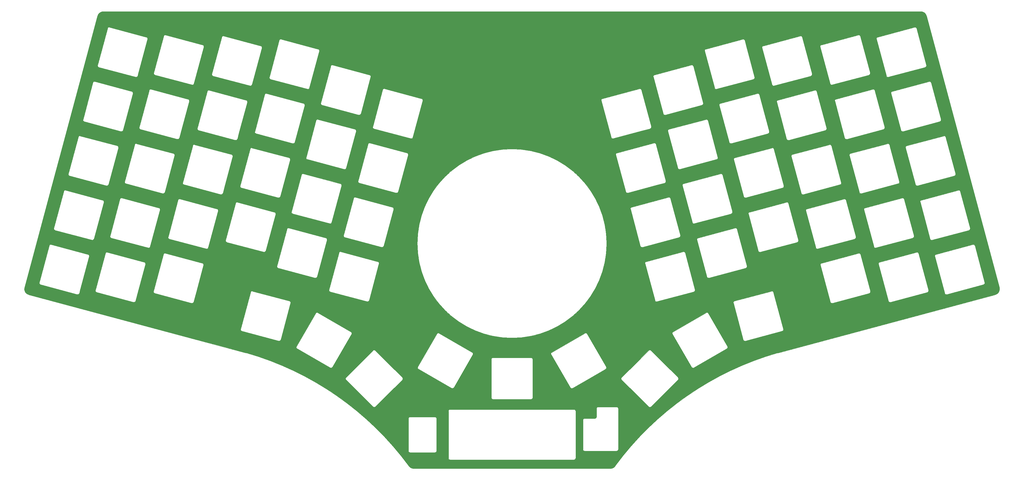
<source format=gbr>
G04 #@! TF.GenerationSoftware,KiCad,Pcbnew,7.0.6*
G04 #@! TF.CreationDate,2023-08-27T09:35:37+01:00*
G04 #@! TF.ProjectId,Plate Scroll,506c6174-6520-4536-9372-6f6c6c2e6b69,V2.0*
G04 #@! TF.SameCoordinates,Original*
G04 #@! TF.FileFunction,Soldermask,Bot*
G04 #@! TF.FilePolarity,Negative*
%FSLAX46Y46*%
G04 Gerber Fmt 4.6, Leading zero omitted, Abs format (unit mm)*
G04 Created by KiCad (PCBNEW 7.0.6) date 2023-08-27 09:35:37*
%MOMM*%
%LPD*%
G01*
G04 APERTURE LIST*
G04 #@! TA.AperFunction,Profile*
%ADD10C,0.100000*%
G04 #@! TD*
%ADD11C,0.100000*%
G04 APERTURE END LIST*
G36*
X348220796Y-81428161D02*
G01*
X348499399Y-81448458D01*
X348517228Y-81451069D01*
X348783346Y-81510067D01*
X348800609Y-81515236D01*
X349055352Y-81612176D01*
X349071683Y-81619791D01*
X349309694Y-81752633D01*
X349324749Y-81762535D01*
X349540994Y-81928470D01*
X349554455Y-81940450D01*
X349744365Y-82135974D01*
X349755947Y-82149778D01*
X349915510Y-82370757D01*
X349924970Y-82386093D01*
X350050827Y-82627874D01*
X350057963Y-82644420D01*
X350149670Y-82908279D01*
X350150995Y-82912590D01*
X374798196Y-174908328D01*
X374799188Y-174912642D01*
X374851099Y-175182005D01*
X374853199Y-175199574D01*
X374865925Y-175466930D01*
X374865503Y-175484620D01*
X374840044Y-175751071D01*
X374837108Y-175768521D01*
X374773986Y-176028623D01*
X374768597Y-176045477D01*
X374669092Y-176293957D01*
X374661359Y-176309872D01*
X374527499Y-176541661D01*
X374517579Y-176556313D01*
X374352095Y-176766683D01*
X374340190Y-176779775D01*
X374146444Y-176964450D01*
X374132798Y-176975713D01*
X373914742Y-177130931D01*
X373899631Y-177140138D01*
X373661710Y-177262734D01*
X373645416Y-177269705D01*
X373386171Y-177359301D01*
X373381950Y-177360594D01*
X299877677Y-197036948D01*
X297953503Y-197608000D01*
X296040769Y-198216271D01*
X294140194Y-198861532D01*
X292252494Y-199543539D01*
X290378379Y-200262037D01*
X288518554Y-201016754D01*
X286673720Y-201807408D01*
X284844571Y-202633700D01*
X283031794Y-203495319D01*
X281236073Y-204391941D01*
X279458083Y-205323229D01*
X277698493Y-206288831D01*
X275957966Y-207288386D01*
X274237155Y-208321516D01*
X272536710Y-209387833D01*
X270857270Y-210486936D01*
X269199466Y-211618410D01*
X267563924Y-212781829D01*
X265951258Y-213976759D01*
X264362075Y-215202746D01*
X262796974Y-216459330D01*
X261256543Y-217746038D01*
X259741362Y-219062386D01*
X258252001Y-220407879D01*
X256789022Y-221782010D01*
X255352973Y-223184262D01*
X253944397Y-224614108D01*
X252563822Y-226071009D01*
X251211769Y-227554416D01*
X249888746Y-229063773D01*
X248595252Y-230598510D01*
X247331772Y-232158050D01*
X246098784Y-233741806D01*
X244896748Y-235349182D01*
X244822899Y-235443769D01*
X244820486Y-235446674D01*
X244742425Y-235534998D01*
X244739845Y-235537745D01*
X244656641Y-235621085D01*
X244653900Y-235623669D01*
X244565839Y-235701758D01*
X244562945Y-235704171D01*
X244470190Y-235776856D01*
X244467150Y-235779092D01*
X244370223Y-235845949D01*
X244366651Y-235848237D01*
X244239631Y-235923588D01*
X244236173Y-235925493D01*
X244147688Y-235970634D01*
X244144811Y-235972010D01*
X244053848Y-236012664D01*
X244050904Y-236013889D01*
X243957934Y-236049828D01*
X243954929Y-236050902D01*
X243860384Y-236081962D01*
X243856810Y-236083018D01*
X243727603Y-236117019D01*
X243723975Y-236117858D01*
X243626483Y-236137343D01*
X243623340Y-236137887D01*
X243524735Y-236152368D01*
X243521569Y-236152750D01*
X243422343Y-236162142D01*
X243419161Y-236162361D01*
X243317888Y-236166711D01*
X176716465Y-236167006D01*
X176596525Y-236163349D01*
X176592756Y-236163119D01*
X176475359Y-236152362D01*
X176471617Y-236151904D01*
X176355226Y-236134053D01*
X176351522Y-236133369D01*
X176236465Y-236108492D01*
X176232808Y-236107584D01*
X176119380Y-236075739D01*
X176115780Y-236074609D01*
X176004548Y-236035941D01*
X176000592Y-236034412D01*
X175864729Y-235976493D01*
X175861148Y-235974830D01*
X175772452Y-235930149D01*
X175769641Y-235928641D01*
X175683062Y-235879289D01*
X175680332Y-235877639D01*
X175596385Y-235823887D01*
X175593743Y-235822098D01*
X175512824Y-235764209D01*
X175509861Y-235761951D01*
X175406050Y-235677820D01*
X175403228Y-235675390D01*
X175329892Y-235608275D01*
X175327595Y-235606062D01*
X175257625Y-235535080D01*
X175255445Y-235532752D01*
X175189219Y-235458268D01*
X175187161Y-235455830D01*
X175123794Y-235376717D01*
X173901217Y-233741806D01*
X173105724Y-232720007D01*
X188500001Y-232720007D01*
X188517038Y-232849408D01*
X188517039Y-232849412D01*
X188566986Y-232969997D01*
X188646446Y-233073550D01*
X188750003Y-233153013D01*
X188870591Y-233202961D01*
X189000001Y-233220000D01*
X230999994Y-233220000D01*
X231000008Y-233219999D01*
X231129409Y-233202962D01*
X231129413Y-233202961D01*
X231249995Y-233153015D01*
X231249996Y-233153015D01*
X231353552Y-233073552D01*
X231433015Y-232969996D01*
X231433015Y-232969995D01*
X231482962Y-232849410D01*
X231500001Y-232720001D01*
X231500001Y-229770002D01*
X234000001Y-229770002D01*
X234017038Y-229899410D01*
X234066988Y-230019999D01*
X234146449Y-230123555D01*
X234250001Y-230203013D01*
X234370591Y-230252961D01*
X234499996Y-230270001D01*
X234500005Y-230270002D01*
X245399994Y-230270002D01*
X245400010Y-230270000D01*
X245529411Y-230252964D01*
X245649997Y-230203015D01*
X245753555Y-230123552D01*
X245833015Y-230019999D01*
X245882962Y-229899414D01*
X245882963Y-229899410D01*
X245900000Y-229770009D01*
X245900000Y-215870008D01*
X245899998Y-215869992D01*
X245882962Y-215740588D01*
X245833015Y-215620003D01*
X245753553Y-215516448D01*
X245650001Y-215436989D01*
X245529407Y-215387036D01*
X245529402Y-215387035D01*
X245400003Y-215370002D01*
X239078040Y-215370002D01*
X238948643Y-215387028D01*
X238948638Y-215387029D01*
X238828046Y-215436979D01*
X238724499Y-215516438D01*
X238645048Y-215619998D01*
X238595115Y-215740594D01*
X238578045Y-215869994D01*
X238578044Y-215870009D01*
X238578045Y-218765930D01*
X238577513Y-218774042D01*
X238563120Y-218883212D01*
X238554739Y-218914472D01*
X238517274Y-219004888D01*
X238501088Y-219032916D01*
X238441502Y-219110556D01*
X238418616Y-219133439D01*
X238340965Y-219193019D01*
X238312936Y-219209201D01*
X238222496Y-219246664D01*
X238191289Y-219255035D01*
X238082094Y-219269467D01*
X238073962Y-219270002D01*
X234500008Y-219270002D01*
X234499991Y-219270003D01*
X234370592Y-219287038D01*
X234370590Y-219287039D01*
X234250002Y-219336988D01*
X234146446Y-219416449D01*
X234066989Y-219520000D01*
X234017038Y-219640592D01*
X234000001Y-219770001D01*
X234000001Y-229770002D01*
X231500001Y-229770002D01*
X231500001Y-216720006D01*
X231499999Y-216719990D01*
X231482964Y-216590591D01*
X231482962Y-216590586D01*
X231433016Y-216470004D01*
X231433016Y-216470003D01*
X231353551Y-216366444D01*
X231249998Y-216286984D01*
X231129408Y-216237035D01*
X231129404Y-216237034D01*
X231000002Y-216220000D01*
X189000008Y-216220000D01*
X188999991Y-216220001D01*
X188870592Y-216237036D01*
X188870587Y-216237038D01*
X188750002Y-216286985D01*
X188646447Y-216366447D01*
X188566985Y-216470002D01*
X188517036Y-216590592D01*
X188517035Y-216590596D01*
X188500001Y-216719998D01*
X188500001Y-232720007D01*
X173105724Y-232720007D01*
X172668228Y-232158049D01*
X171404748Y-230598509D01*
X171127879Y-230270002D01*
X175000000Y-230270002D01*
X175017037Y-230399412D01*
X175066986Y-230519997D01*
X175146447Y-230623553D01*
X175250001Y-230703013D01*
X175370590Y-230752962D01*
X175499992Y-230770001D01*
X175500005Y-230770002D01*
X183999994Y-230770002D01*
X184000010Y-230770000D01*
X184129411Y-230752964D01*
X184249997Y-230703015D01*
X184353555Y-230623552D01*
X184433015Y-230519999D01*
X184482962Y-230399414D01*
X184482963Y-230399410D01*
X184500001Y-230270002D01*
X184500000Y-230269995D01*
X184499999Y-219270002D01*
X184499997Y-219269992D01*
X184482962Y-219140595D01*
X184433010Y-219019998D01*
X184353553Y-218916448D01*
X184249995Y-218836985D01*
X184129413Y-218787039D01*
X184129401Y-218787036D01*
X184000002Y-218770002D01*
X175500008Y-218770002D01*
X175499991Y-218770003D01*
X175370592Y-218787038D01*
X175370590Y-218787039D01*
X175250002Y-218836988D01*
X175146446Y-218916449D01*
X175066989Y-219020000D01*
X175017038Y-219140592D01*
X175000000Y-219270001D01*
X175000000Y-230270002D01*
X171127879Y-230270002D01*
X170111254Y-229063772D01*
X168788231Y-227554416D01*
X167436178Y-226071008D01*
X166055603Y-224614107D01*
X164647027Y-223184262D01*
X163210978Y-221782010D01*
X161747999Y-220407879D01*
X160258638Y-219062386D01*
X158743457Y-217746037D01*
X157203026Y-216459329D01*
X155637925Y-215202745D01*
X154048742Y-213976758D01*
X152436076Y-212781828D01*
X150800534Y-211618409D01*
X149142730Y-210486935D01*
X147463290Y-209387832D01*
X145762845Y-208321515D01*
X144042034Y-207288385D01*
X142301507Y-206288830D01*
X141352261Y-205767916D01*
X153710940Y-205767916D01*
X153727976Y-205897323D01*
X153727978Y-205897328D01*
X153777926Y-206017916D01*
X153857384Y-206121467D01*
X153857390Y-206121474D01*
X163049769Y-215313853D01*
X163049776Y-215313859D01*
X163153328Y-215393317D01*
X163153327Y-215393317D01*
X163273915Y-215443265D01*
X163273920Y-215443267D01*
X163403327Y-215460304D01*
X163403329Y-215460304D01*
X163532735Y-215443267D01*
X163532740Y-215443265D01*
X163653328Y-215393317D01*
X163756879Y-215313859D01*
X163756886Y-215313853D01*
X166850731Y-212220008D01*
X202999974Y-212220008D01*
X202999975Y-212220024D01*
X203017010Y-212349423D01*
X203017012Y-212349428D01*
X203066958Y-212470010D01*
X203066958Y-212470011D01*
X203146421Y-212573567D01*
X203249978Y-212653030D01*
X203370560Y-212702976D01*
X203370565Y-212702978D01*
X203499964Y-212720013D01*
X203499981Y-212720015D01*
X216499967Y-212720015D01*
X216499981Y-212720014D01*
X216629382Y-212702977D01*
X216629383Y-212702977D01*
X216749970Y-212653028D01*
X216853526Y-212573567D01*
X216932987Y-212470011D01*
X216982936Y-212349424D01*
X216982936Y-212349423D01*
X216999973Y-212220022D01*
X216999974Y-212220008D01*
X216999974Y-199220021D01*
X216999973Y-199220007D01*
X216982936Y-199090606D01*
X216982936Y-199090605D01*
X216932987Y-198970018D01*
X216853526Y-198866462D01*
X216749970Y-198787001D01*
X216629382Y-198737052D01*
X216499981Y-198720015D01*
X203499981Y-198720015D01*
X203499964Y-198720016D01*
X203370565Y-198737051D01*
X203370560Y-198737053D01*
X203249978Y-198786999D01*
X203249977Y-198786999D01*
X203146421Y-198866462D01*
X203066958Y-198970018D01*
X203066958Y-198970019D01*
X203017012Y-199090601D01*
X203017010Y-199090606D01*
X202999975Y-199220005D01*
X202999974Y-199220021D01*
X202999974Y-212220008D01*
X166850731Y-212220008D01*
X172949265Y-206121474D01*
X172949271Y-206121467D01*
X173028729Y-206017916D01*
X173078677Y-205897328D01*
X173078679Y-205897323D01*
X173095716Y-205767916D01*
X173095716Y-205767915D01*
X173078679Y-205638508D01*
X173078677Y-205638503D01*
X173028729Y-205517915D01*
X172949271Y-205414364D01*
X172949265Y-205414357D01*
X169595486Y-202060578D01*
X178084414Y-202060578D01*
X178101450Y-202189985D01*
X178101452Y-202189990D01*
X178151398Y-202310572D01*
X178151398Y-202310573D01*
X178230861Y-202414130D01*
X178334413Y-202493589D01*
X189592741Y-208993588D01*
X189592755Y-208993595D01*
X189713331Y-209043538D01*
X189713336Y-209043540D01*
X189842743Y-209060577D01*
X189842745Y-209060577D01*
X189972152Y-209043540D01*
X189972154Y-209043539D01*
X190092745Y-208993589D01*
X190196297Y-208914130D01*
X190275757Y-208810576D01*
X196775755Y-197552249D01*
X196775762Y-197552235D01*
X196825705Y-197431659D01*
X196825707Y-197431654D01*
X196842744Y-197302247D01*
X196842744Y-197302245D01*
X223157195Y-197302245D01*
X223174231Y-197431652D01*
X223174233Y-197431657D01*
X223224176Y-197552233D01*
X223224183Y-197552247D01*
X229724182Y-208810575D01*
X229803641Y-208914127D01*
X229907199Y-208993590D01*
X230027781Y-209043536D01*
X230027786Y-209043538D01*
X230157194Y-209060575D01*
X230157196Y-209060575D01*
X230286602Y-209043538D01*
X230286607Y-209043536D01*
X230407183Y-208993593D01*
X230407197Y-208993586D01*
X235994221Y-205767916D01*
X246904250Y-205767916D01*
X246921287Y-205897323D01*
X246921289Y-205897328D01*
X246971237Y-206017916D01*
X247050695Y-206121467D01*
X247050701Y-206121474D01*
X256243080Y-215313853D01*
X256243087Y-215313859D01*
X256346639Y-215393317D01*
X256346638Y-215393317D01*
X256467226Y-215443265D01*
X256467231Y-215443267D01*
X256596638Y-215460304D01*
X256596640Y-215460304D01*
X256726046Y-215443267D01*
X256726051Y-215443265D01*
X256846639Y-215393317D01*
X256950190Y-215313859D01*
X256950197Y-215313853D01*
X266142576Y-206121474D01*
X266142582Y-206121467D01*
X266222040Y-206017916D01*
X266271988Y-205897328D01*
X266271990Y-205897323D01*
X266289026Y-205767916D01*
X266289026Y-205767915D01*
X266271990Y-205638508D01*
X266271988Y-205638503D01*
X266222040Y-205517915D01*
X266142582Y-205414364D01*
X266142576Y-205414357D01*
X256950197Y-196221978D01*
X256950190Y-196221972D01*
X256846638Y-196142514D01*
X256846639Y-196142514D01*
X256726051Y-196092566D01*
X256726046Y-196092564D01*
X256596640Y-196075528D01*
X256596638Y-196075528D01*
X256467231Y-196092564D01*
X256467226Y-196092566D01*
X256346638Y-196142514D01*
X256243087Y-196221972D01*
X256243080Y-196221978D01*
X247050701Y-205414357D01*
X247050695Y-205414364D01*
X246971237Y-205517915D01*
X246921289Y-205638503D01*
X246921287Y-205638508D01*
X246904250Y-205767915D01*
X246904250Y-205767916D01*
X235994221Y-205767916D01*
X241665525Y-202493587D01*
X241769079Y-202414127D01*
X241848537Y-202310574D01*
X241898487Y-202189985D01*
X241915525Y-202060576D01*
X241915525Y-202060574D01*
X241898488Y-201931167D01*
X241898486Y-201931162D01*
X241848543Y-201810586D01*
X241848536Y-201810572D01*
X235348537Y-190552244D01*
X235269077Y-190448690D01*
X235176109Y-190377354D01*
X264174247Y-190377354D01*
X264191283Y-190506761D01*
X264191285Y-190506766D01*
X264241228Y-190627342D01*
X264241235Y-190627356D01*
X270741234Y-201885684D01*
X270820693Y-201989236D01*
X270924251Y-202068699D01*
X271044833Y-202118645D01*
X271044838Y-202118647D01*
X271174246Y-202135684D01*
X271174248Y-202135684D01*
X271303654Y-202118647D01*
X271303659Y-202118645D01*
X271424235Y-202068702D01*
X271424249Y-202068695D01*
X282682577Y-195568696D01*
X282786131Y-195489236D01*
X282865589Y-195385683D01*
X282915539Y-195265094D01*
X282932577Y-195135685D01*
X282932577Y-195135683D01*
X282915540Y-195006276D01*
X282915538Y-195006271D01*
X282865595Y-194885695D01*
X282865588Y-194885681D01*
X276365589Y-183627353D01*
X276286129Y-183523799D01*
X276182576Y-183444341D01*
X276061987Y-183394391D01*
X275932578Y-183377354D01*
X275932576Y-183377354D01*
X275803169Y-183394390D01*
X275803164Y-183394392D01*
X275682588Y-183444335D01*
X275682574Y-183444342D01*
X264424246Y-189944341D01*
X264320694Y-190023800D01*
X264241231Y-190127357D01*
X264241231Y-190127358D01*
X264191285Y-190247940D01*
X264191283Y-190247945D01*
X264174247Y-190377352D01*
X264174247Y-190377354D01*
X235176109Y-190377354D01*
X235165524Y-190369232D01*
X235044935Y-190319282D01*
X234915526Y-190302245D01*
X234915524Y-190302245D01*
X234786117Y-190319281D01*
X234786112Y-190319283D01*
X234665536Y-190369226D01*
X234665522Y-190369233D01*
X223407194Y-196869232D01*
X223303642Y-196948691D01*
X223224179Y-197052248D01*
X223224179Y-197052249D01*
X223174233Y-197172831D01*
X223174231Y-197172836D01*
X223157195Y-197302243D01*
X223157195Y-197302245D01*
X196842744Y-197302245D01*
X196825707Y-197172838D01*
X196825706Y-197172836D01*
X196775756Y-197052245D01*
X196696297Y-196948693D01*
X196592743Y-196869233D01*
X185334416Y-190369235D01*
X185334399Y-190369227D01*
X185213826Y-190319285D01*
X185213821Y-190319283D01*
X185084415Y-190302247D01*
X185084413Y-190302247D01*
X184955005Y-190319283D01*
X184955000Y-190319285D01*
X184834418Y-190369231D01*
X184834417Y-190369231D01*
X184730860Y-190448694D01*
X184651401Y-190552246D01*
X178151402Y-201810574D01*
X178151395Y-201810588D01*
X178101452Y-201931164D01*
X178101450Y-201931169D01*
X178084414Y-202060576D01*
X178084414Y-202060578D01*
X169595486Y-202060578D01*
X163756886Y-196221978D01*
X163756879Y-196221972D01*
X163653327Y-196142514D01*
X163653328Y-196142514D01*
X163532740Y-196092566D01*
X163532735Y-196092564D01*
X163403329Y-196075528D01*
X163403327Y-196075528D01*
X163273920Y-196092564D01*
X163273915Y-196092566D01*
X163153327Y-196142514D01*
X163049776Y-196221972D01*
X163049769Y-196221978D01*
X153857390Y-205414357D01*
X153857384Y-205414364D01*
X153777926Y-205517915D01*
X153727978Y-205638503D01*
X153727976Y-205638508D01*
X153710940Y-205767915D01*
X153710940Y-205767916D01*
X141352261Y-205767916D01*
X140541917Y-205323227D01*
X138763927Y-204391940D01*
X136968206Y-203495317D01*
X135155430Y-202633698D01*
X133326280Y-201807406D01*
X131481446Y-201016753D01*
X129621622Y-200262035D01*
X127747507Y-199543537D01*
X125859807Y-198861530D01*
X123959232Y-198216269D01*
X122046498Y-197607998D01*
X120122323Y-197036948D01*
X113019890Y-195135698D01*
X137067376Y-195135698D01*
X137084412Y-195265105D01*
X137084414Y-195265110D01*
X137134360Y-195385692D01*
X137134360Y-195385693D01*
X137213823Y-195489250D01*
X137317375Y-195568709D01*
X148575703Y-202068708D01*
X148575717Y-202068715D01*
X148696293Y-202118658D01*
X148696298Y-202118660D01*
X148825705Y-202135697D01*
X148825707Y-202135697D01*
X148955114Y-202118660D01*
X148955116Y-202118659D01*
X149075707Y-202068709D01*
X149179259Y-201989250D01*
X149258719Y-201885696D01*
X155758717Y-190627369D01*
X155758724Y-190627355D01*
X155808667Y-190506779D01*
X155808669Y-190506774D01*
X155825706Y-190377367D01*
X155825706Y-190377365D01*
X155808669Y-190247958D01*
X155808668Y-190247956D01*
X155758718Y-190127365D01*
X155679259Y-190023813D01*
X155575705Y-189944353D01*
X144317378Y-183444355D01*
X144317364Y-183444348D01*
X144196788Y-183394405D01*
X144196783Y-183394403D01*
X144067377Y-183377367D01*
X144067375Y-183377367D01*
X143937967Y-183394403D01*
X143937962Y-183394405D01*
X143817380Y-183444351D01*
X143817379Y-183444351D01*
X143713822Y-183523814D01*
X143634363Y-183627366D01*
X137134364Y-194885694D01*
X137134357Y-194885708D01*
X137084414Y-195006284D01*
X137084412Y-195006289D01*
X137067376Y-195135696D01*
X137067376Y-195135698D01*
X113019890Y-195135698D01*
X90746789Y-189173413D01*
X118239115Y-189173413D01*
X118256152Y-189302822D01*
X118306102Y-189423411D01*
X118385560Y-189526964D01*
X118489116Y-189606425D01*
X118609696Y-189656371D01*
X118609703Y-189656373D01*
X131166745Y-193021023D01*
X131296151Y-193038060D01*
X131296153Y-193038060D01*
X131425561Y-193021022D01*
X131546150Y-192971072D01*
X131649703Y-192891614D01*
X131729164Y-192788058D01*
X131779110Y-192667478D01*
X131779112Y-192667471D01*
X135143762Y-180110429D01*
X135160799Y-179981024D01*
X135160799Y-179981022D01*
X135143761Y-179851613D01*
X135093811Y-179731024D01*
X135014353Y-179627471D01*
X134910797Y-179548010D01*
X134790217Y-179498064D01*
X134790210Y-179498062D01*
X122233168Y-176133412D01*
X122103763Y-176116376D01*
X122103761Y-176116376D01*
X121974352Y-176133413D01*
X121853763Y-176183363D01*
X121750210Y-176262821D01*
X121670749Y-176366377D01*
X121620803Y-176486957D01*
X121620801Y-176486964D01*
X118256151Y-189044006D01*
X118239115Y-189173411D01*
X118239115Y-189173413D01*
X90746789Y-189173413D01*
X46618063Y-177360597D01*
X46613830Y-177359300D01*
X46354581Y-177269643D01*
X46338313Y-177262681D01*
X46100386Y-177140087D01*
X46085276Y-177130881D01*
X45867213Y-176975666D01*
X45853566Y-176964403D01*
X45659816Y-176779730D01*
X45647912Y-176766639D01*
X45482426Y-176556281D01*
X45472505Y-176541629D01*
X45338639Y-176309847D01*
X45330905Y-176293932D01*
X45231392Y-176045453D01*
X45226003Y-176028600D01*
X45162870Y-175768496D01*
X45159934Y-175751047D01*
X45134466Y-175484606D01*
X45134043Y-175466917D01*
X45146757Y-175199571D01*
X45148861Y-175181977D01*
X45200809Y-174912641D01*
X45201800Y-174908336D01*
X45607243Y-173395020D01*
X50152904Y-173395020D01*
X50169941Y-173524429D01*
X50219891Y-173645018D01*
X50299349Y-173748571D01*
X50402905Y-173828032D01*
X50523485Y-173877978D01*
X50523492Y-173877980D01*
X63080534Y-177242630D01*
X63209940Y-177259667D01*
X63209942Y-177259667D01*
X63339350Y-177242629D01*
X63459939Y-177192679D01*
X63563492Y-177113221D01*
X63642953Y-177009665D01*
X63692899Y-176889085D01*
X63692901Y-176889078D01*
X63924318Y-176025418D01*
X69170103Y-176025418D01*
X69187140Y-176154827D01*
X69237090Y-176275416D01*
X69316548Y-176378969D01*
X69420104Y-176458430D01*
X69540684Y-176508376D01*
X69540691Y-176508378D01*
X82097733Y-179873028D01*
X82227139Y-179890065D01*
X82227141Y-179890065D01*
X82356549Y-179873027D01*
X82477138Y-179823077D01*
X82580691Y-179743619D01*
X82660152Y-179640063D01*
X82710098Y-179519483D01*
X82710100Y-179519476D01*
X83557837Y-176355678D01*
X88803607Y-176355678D01*
X88820644Y-176485087D01*
X88870594Y-176605676D01*
X88950052Y-176709229D01*
X89053608Y-176788690D01*
X89174188Y-176838636D01*
X89174195Y-176838638D01*
X101731237Y-180203288D01*
X101860643Y-180220325D01*
X101860645Y-180220325D01*
X101990053Y-180203287D01*
X102110642Y-180153337D01*
X102214195Y-180073879D01*
X102293656Y-179970323D01*
X102343602Y-179849743D01*
X102343604Y-179849736D01*
X103425204Y-175813149D01*
X148115022Y-175813149D01*
X148132059Y-175942558D01*
X148182009Y-176063147D01*
X148261467Y-176166700D01*
X148365023Y-176246161D01*
X148485603Y-176296107D01*
X148485610Y-176296109D01*
X161042652Y-179660759D01*
X161172058Y-179677796D01*
X161172060Y-179677796D01*
X161301468Y-179660758D01*
X161422057Y-179610808D01*
X161525610Y-179531350D01*
X161605071Y-179427794D01*
X161655017Y-179307214D01*
X161655019Y-179307207D01*
X165019669Y-166750165D01*
X165036706Y-166620760D01*
X165036706Y-166620758D01*
X165019668Y-166491349D01*
X164969718Y-166370760D01*
X164890260Y-166267207D01*
X164786704Y-166187746D01*
X164666124Y-166137800D01*
X164666117Y-166137798D01*
X152109075Y-162773148D01*
X151979670Y-162756112D01*
X151979668Y-162756112D01*
X151850259Y-162773149D01*
X151729670Y-162823099D01*
X151626117Y-162902557D01*
X151546656Y-163006113D01*
X151496710Y-163126693D01*
X151496708Y-163126700D01*
X148132058Y-175683742D01*
X148115022Y-175813147D01*
X148115022Y-175813149D01*
X103425204Y-175813149D01*
X105568086Y-167815808D01*
X130535899Y-167815808D01*
X130552936Y-167945217D01*
X130602886Y-168065806D01*
X130682344Y-168169359D01*
X130785900Y-168248820D01*
X130906480Y-168298766D01*
X130906487Y-168298768D01*
X143463529Y-171663418D01*
X143592935Y-171680455D01*
X143592937Y-171680455D01*
X143722345Y-171663417D01*
X143842934Y-171613467D01*
X143946487Y-171534009D01*
X144025948Y-171430453D01*
X144075894Y-171309873D01*
X144075896Y-171309866D01*
X147440546Y-158752824D01*
X147457583Y-158623419D01*
X147457583Y-158623417D01*
X147440545Y-158494008D01*
X147390595Y-158373419D01*
X147311137Y-158269866D01*
X147207581Y-158190405D01*
X147087001Y-158140459D01*
X147086994Y-158140457D01*
X144369278Y-157412247D01*
X153045519Y-157412247D01*
X153062556Y-157541656D01*
X153112506Y-157662245D01*
X153191964Y-157765798D01*
X153295520Y-157845259D01*
X153416100Y-157895205D01*
X153416107Y-157895207D01*
X165973149Y-161259857D01*
X166102555Y-161276894D01*
X166102557Y-161276894D01*
X166231965Y-161259856D01*
X166352554Y-161209906D01*
X166456107Y-161130448D01*
X166535568Y-161026892D01*
X166585514Y-160906312D01*
X166585516Y-160906305D01*
X166677023Y-160564795D01*
X178002492Y-160564795D01*
X178042357Y-161693682D01*
X178122037Y-162820459D01*
X178241433Y-163943722D01*
X178400396Y-165062072D01*
X178598729Y-166174115D01*
X178836183Y-167278466D01*
X179112464Y-168373748D01*
X179427227Y-169458598D01*
X179780080Y-170531664D01*
X180170583Y-171591609D01*
X180598250Y-172637112D01*
X181062547Y-173666870D01*
X181562897Y-174679602D01*
X182098676Y-175674044D01*
X182669217Y-176648959D01*
X183273809Y-177603131D01*
X183911698Y-178535372D01*
X184582090Y-179444520D01*
X185284149Y-180329442D01*
X186017001Y-181189037D01*
X186779733Y-182022233D01*
X187571395Y-182827991D01*
X188391000Y-183605309D01*
X189237527Y-184353218D01*
X190109921Y-185070785D01*
X191007096Y-185757118D01*
X191927934Y-186411360D01*
X192871287Y-187032697D01*
X193835981Y-187620355D01*
X194820813Y-188173601D01*
X195824556Y-188691746D01*
X196845960Y-189174145D01*
X197883753Y-189620197D01*
X198936640Y-190029346D01*
X200003312Y-190401081D01*
X201082438Y-190734941D01*
X202172674Y-191030509D01*
X203272662Y-191287417D01*
X204381031Y-191505344D01*
X205496401Y-191684020D01*
X206617382Y-191823221D01*
X207742577Y-191922775D01*
X208870585Y-191982557D01*
X210000000Y-192002493D01*
X211129415Y-191982557D01*
X212257423Y-191922775D01*
X213382618Y-191823221D01*
X214503599Y-191684020D01*
X215618969Y-191505344D01*
X216727338Y-191287417D01*
X217827326Y-191030509D01*
X218917562Y-190734941D01*
X219996688Y-190401081D01*
X221063360Y-190029346D01*
X222116247Y-189620197D01*
X223154040Y-189174145D01*
X224175444Y-188691746D01*
X225179187Y-188173601D01*
X226164019Y-187620355D01*
X227128713Y-187032697D01*
X228072066Y-186411360D01*
X228992904Y-185757118D01*
X229890079Y-185070785D01*
X230762473Y-184353218D01*
X231609000Y-183605309D01*
X232428605Y-182827991D01*
X233220267Y-182022233D01*
X233982999Y-181189037D01*
X234715851Y-180329442D01*
X234992268Y-179981027D01*
X284839160Y-179981027D01*
X284856196Y-180110432D01*
X288220846Y-192667474D01*
X288220848Y-192667481D01*
X288270794Y-192788061D01*
X288350255Y-192891617D01*
X288453808Y-192971075D01*
X288574397Y-193021025D01*
X288703806Y-193038063D01*
X288703808Y-193038063D01*
X288833213Y-193021026D01*
X301390255Y-189656376D01*
X301390262Y-189656374D01*
X301510842Y-189606428D01*
X301614398Y-189526967D01*
X301693856Y-189423414D01*
X301743806Y-189302825D01*
X301760844Y-189173416D01*
X301760844Y-189173414D01*
X301743807Y-189044009D01*
X298379157Y-176486967D01*
X298379155Y-176486960D01*
X298329209Y-176366380D01*
X298249748Y-176262824D01*
X298146195Y-176183366D01*
X298025606Y-176133416D01*
X297896198Y-176116379D01*
X297896196Y-176116379D01*
X297766790Y-176133415D01*
X285209748Y-179498065D01*
X285209741Y-179498067D01*
X285089161Y-179548013D01*
X284985605Y-179627474D01*
X284906147Y-179731027D01*
X284856197Y-179851616D01*
X284839160Y-179981025D01*
X284839160Y-179981027D01*
X234992268Y-179981027D01*
X235417910Y-179444520D01*
X236088302Y-178535372D01*
X236726191Y-177603131D01*
X237330783Y-176648959D01*
X237901324Y-175674044D01*
X238437103Y-174679602D01*
X238937453Y-173666870D01*
X239401750Y-172637112D01*
X239829417Y-171591609D01*
X240219920Y-170531664D01*
X240572773Y-169458598D01*
X240887536Y-168373748D01*
X241163817Y-167278466D01*
X241305238Y-166620744D01*
X254963258Y-166620744D01*
X254980294Y-166750149D01*
X258344944Y-179307191D01*
X258344946Y-179307198D01*
X258394892Y-179427778D01*
X258474353Y-179531334D01*
X258577906Y-179610792D01*
X258698495Y-179660742D01*
X258827904Y-179677780D01*
X258827906Y-179677780D01*
X258957311Y-179660743D01*
X271514353Y-176296093D01*
X271514360Y-176296091D01*
X271634940Y-176246145D01*
X271738496Y-176166684D01*
X271817954Y-176063131D01*
X271867904Y-175942542D01*
X271884942Y-175813133D01*
X271884942Y-175813131D01*
X271867905Y-175683726D01*
X268503255Y-163126684D01*
X268503253Y-163126677D01*
X268453307Y-163006097D01*
X268373846Y-162902541D01*
X268270293Y-162823083D01*
X268149704Y-162773133D01*
X268020296Y-162756096D01*
X268020294Y-162756096D01*
X267890888Y-162773132D01*
X255333846Y-166137782D01*
X255333839Y-166137784D01*
X255213259Y-166187730D01*
X255109703Y-166267191D01*
X255030245Y-166370744D01*
X254980295Y-166491333D01*
X254963258Y-166620742D01*
X254963258Y-166620744D01*
X241305238Y-166620744D01*
X241401271Y-166174115D01*
X241599604Y-165062072D01*
X241758567Y-163943722D01*
X241877963Y-162820459D01*
X241957643Y-161693683D01*
X241997508Y-160564795D01*
X242000000Y-160000000D01*
X241997508Y-159435205D01*
X241957643Y-158306317D01*
X241877963Y-157179541D01*
X241758567Y-156056278D01*
X241599604Y-154937928D01*
X241401271Y-153825885D01*
X241163817Y-152721534D01*
X240887536Y-151626252D01*
X240572773Y-150541402D01*
X240219920Y-149468336D01*
X239829417Y-148408391D01*
X239752294Y-148219851D01*
X250032753Y-148219851D01*
X250049789Y-148349256D01*
X253414439Y-160906298D01*
X253414441Y-160906305D01*
X253464387Y-161026885D01*
X253543848Y-161130441D01*
X253647401Y-161209899D01*
X253767990Y-161259849D01*
X253897399Y-161276887D01*
X253897401Y-161276887D01*
X254026806Y-161259850D01*
X263866031Y-158623437D01*
X272542396Y-158623437D01*
X272559432Y-158752842D01*
X275924082Y-171309884D01*
X275924084Y-171309891D01*
X275974030Y-171430471D01*
X276053491Y-171534027D01*
X276157044Y-171613485D01*
X276277633Y-171663435D01*
X276407042Y-171680473D01*
X276407044Y-171680473D01*
X276536449Y-171663436D01*
X289093491Y-168298786D01*
X289093498Y-168298784D01*
X289214078Y-168248838D01*
X289317634Y-168169377D01*
X289397092Y-168065824D01*
X289447042Y-167945235D01*
X289464080Y-167815826D01*
X289464080Y-167815824D01*
X289447043Y-167686419D01*
X289306878Y-167163316D01*
X314274669Y-167163316D01*
X314291705Y-167292721D01*
X317656355Y-179849763D01*
X317656357Y-179849770D01*
X317706303Y-179970350D01*
X317785764Y-180073906D01*
X317889317Y-180153364D01*
X318009906Y-180203314D01*
X318139315Y-180220352D01*
X318139317Y-180220352D01*
X318268722Y-180203315D01*
X330825764Y-176838665D01*
X330825771Y-176838663D01*
X330946351Y-176788717D01*
X331049907Y-176709256D01*
X331129365Y-176605703D01*
X331179315Y-176485114D01*
X331196353Y-176355705D01*
X331196353Y-176355703D01*
X331179316Y-176226298D01*
X328662398Y-166833036D01*
X333908188Y-166833036D01*
X333925224Y-166962441D01*
X337289874Y-179519483D01*
X337289876Y-179519490D01*
X337339822Y-179640070D01*
X337419283Y-179743626D01*
X337522836Y-179823084D01*
X337643425Y-179873034D01*
X337772834Y-179890072D01*
X337772836Y-179890072D01*
X337902241Y-179873035D01*
X350459283Y-176508385D01*
X350459290Y-176508383D01*
X350579870Y-176458437D01*
X350683426Y-176378976D01*
X350762884Y-176275423D01*
X350812834Y-176154834D01*
X350829872Y-176025425D01*
X350829872Y-176025423D01*
X350812835Y-175896018D01*
X347679600Y-164202630D01*
X352925373Y-164202630D01*
X352942409Y-164332035D01*
X356307059Y-176889077D01*
X356307061Y-176889084D01*
X356357007Y-177009664D01*
X356436468Y-177113220D01*
X356540021Y-177192678D01*
X356660610Y-177242628D01*
X356790019Y-177259666D01*
X356790021Y-177259666D01*
X356919426Y-177242629D01*
X369476468Y-173877979D01*
X369476475Y-173877977D01*
X369597055Y-173828031D01*
X369700611Y-173748570D01*
X369780069Y-173645017D01*
X369830019Y-173524428D01*
X369847057Y-173395019D01*
X369847057Y-173395017D01*
X369830020Y-173265612D01*
X366465370Y-160708570D01*
X366465368Y-160708563D01*
X366415422Y-160587983D01*
X366335961Y-160484427D01*
X366232408Y-160404969D01*
X366111819Y-160355019D01*
X365982411Y-160337982D01*
X365982409Y-160337982D01*
X365853003Y-160355018D01*
X353295961Y-163719668D01*
X353295954Y-163719670D01*
X353175374Y-163769616D01*
X353071818Y-163849077D01*
X352992360Y-163952630D01*
X352942410Y-164073219D01*
X352925373Y-164202628D01*
X352925373Y-164202630D01*
X347679600Y-164202630D01*
X347448185Y-163338976D01*
X347448183Y-163338969D01*
X347398237Y-163218389D01*
X347318776Y-163114833D01*
X347215223Y-163035375D01*
X347094634Y-162985425D01*
X346965226Y-162968388D01*
X346965224Y-162968388D01*
X346835818Y-162985424D01*
X334278776Y-166350074D01*
X334278769Y-166350076D01*
X334158189Y-166400022D01*
X334054633Y-166479483D01*
X333975175Y-166583036D01*
X333925225Y-166703625D01*
X333908188Y-166833034D01*
X333908188Y-166833036D01*
X328662398Y-166833036D01*
X327814666Y-163669256D01*
X327814664Y-163669249D01*
X327764718Y-163548669D01*
X327685257Y-163445113D01*
X327581704Y-163365655D01*
X327461115Y-163315705D01*
X327331707Y-163298668D01*
X327331705Y-163298668D01*
X327202299Y-163315704D01*
X314645257Y-166680354D01*
X314645250Y-166680356D01*
X314524670Y-166730302D01*
X314421114Y-166809763D01*
X314341656Y-166913316D01*
X314291706Y-167033905D01*
X314274669Y-167163314D01*
X314274669Y-167163316D01*
X289306878Y-167163316D01*
X286082393Y-155129377D01*
X286082391Y-155129370D01*
X286032445Y-155008790D01*
X285952984Y-154905234D01*
X285849431Y-154825776D01*
X285728842Y-154775826D01*
X285599434Y-154758789D01*
X285599432Y-154758789D01*
X285470026Y-154775825D01*
X272912984Y-158140475D01*
X272912977Y-158140477D01*
X272792397Y-158190423D01*
X272688841Y-158269884D01*
X272609383Y-158373437D01*
X272559433Y-158494026D01*
X272542396Y-158623435D01*
X272542396Y-158623437D01*
X263866031Y-158623437D01*
X266583848Y-157895200D01*
X266583855Y-157895198D01*
X266704435Y-157845252D01*
X266807991Y-157765791D01*
X266887449Y-157662238D01*
X266937399Y-157541649D01*
X266954437Y-157412240D01*
X266954437Y-157412238D01*
X266937400Y-157282833D01*
X263572750Y-144725791D01*
X263572748Y-144725784D01*
X263522802Y-144605204D01*
X263443341Y-144501648D01*
X263339788Y-144422190D01*
X263219199Y-144372240D01*
X263089791Y-144355203D01*
X263089789Y-144355203D01*
X262960383Y-144372239D01*
X250403341Y-147736889D01*
X250403334Y-147736891D01*
X250282754Y-147786837D01*
X250179198Y-147866298D01*
X250099740Y-147969851D01*
X250049790Y-148090440D01*
X250032753Y-148219849D01*
X250032753Y-148219851D01*
X239752294Y-148219851D01*
X239401750Y-147362888D01*
X238937453Y-146333130D01*
X238437103Y-145320398D01*
X237901324Y-144325956D01*
X237330783Y-143351041D01*
X236726191Y-142396869D01*
X236088302Y-141464628D01*
X235417910Y-140555480D01*
X234715851Y-139670558D01*
X233982999Y-138810963D01*
X233220267Y-137977767D01*
X232428605Y-137172009D01*
X231609000Y-136394691D01*
X230762473Y-135646782D01*
X229890079Y-134929215D01*
X228992904Y-134242882D01*
X228072066Y-133588640D01*
X227128713Y-132967303D01*
X226164019Y-132379645D01*
X225179187Y-131826399D01*
X224175444Y-131308254D01*
X223154040Y-130825855D01*
X222116247Y-130379803D01*
X221063360Y-129970654D01*
X220628137Y-129818979D01*
X245102254Y-129818979D01*
X245119290Y-129948384D01*
X248483940Y-142505426D01*
X248483942Y-142505433D01*
X248533888Y-142626013D01*
X248613349Y-142729569D01*
X248716902Y-142809027D01*
X248837491Y-142858977D01*
X248966900Y-142876015D01*
X248966902Y-142876015D01*
X249096307Y-142858978D01*
X258935588Y-140222550D01*
X267611902Y-140222550D01*
X267628938Y-140351955D01*
X270993588Y-152908997D01*
X270993590Y-152909004D01*
X271043536Y-153029584D01*
X271122997Y-153133140D01*
X271226550Y-153212598D01*
X271347139Y-153262548D01*
X271476548Y-153279586D01*
X271476550Y-153279586D01*
X271605955Y-153262549D01*
X284162997Y-149897899D01*
X284163004Y-149897897D01*
X284255975Y-149859387D01*
X289916097Y-149859387D01*
X289933133Y-149988792D01*
X293297783Y-162545834D01*
X293297785Y-162545841D01*
X293347731Y-162666421D01*
X293427192Y-162769977D01*
X293530745Y-162849435D01*
X293651334Y-162899385D01*
X293780743Y-162916423D01*
X293780745Y-162916423D01*
X293910150Y-162899386D01*
X306467192Y-159534736D01*
X306467199Y-159534734D01*
X306587779Y-159484788D01*
X306691335Y-159405327D01*
X306770793Y-159301774D01*
X306820743Y-159181185D01*
X306837781Y-159051776D01*
X306837781Y-159051774D01*
X306820744Y-158922369D01*
X304098399Y-148762441D01*
X309344172Y-148762441D01*
X309361208Y-148891846D01*
X312725858Y-161448888D01*
X312725860Y-161448895D01*
X312775806Y-161569475D01*
X312855267Y-161673031D01*
X312958820Y-161752489D01*
X313079409Y-161802439D01*
X313208818Y-161819477D01*
X313208820Y-161819477D01*
X313338225Y-161802440D01*
X325895267Y-158437790D01*
X325895274Y-158437788D01*
X326015854Y-158387842D01*
X326119410Y-158308381D01*
X326198868Y-158204828D01*
X326248818Y-158084239D01*
X326265856Y-157954830D01*
X326265856Y-157954828D01*
X326248819Y-157825423D01*
X323731896Y-148432141D01*
X328977690Y-148432141D01*
X328994726Y-148561546D01*
X332359376Y-161118588D01*
X332359378Y-161118595D01*
X332409324Y-161239175D01*
X332488785Y-161342731D01*
X332592338Y-161422189D01*
X332712927Y-161472139D01*
X332842336Y-161489177D01*
X332842338Y-161489177D01*
X332971743Y-161472140D01*
X345528785Y-158107490D01*
X345528792Y-158107488D01*
X345649372Y-158057542D01*
X345752928Y-157978081D01*
X345832386Y-157874528D01*
X345882336Y-157753939D01*
X345899374Y-157624530D01*
X345899374Y-157624528D01*
X345882337Y-157495123D01*
X342749107Y-145801752D01*
X347994873Y-145801752D01*
X348011909Y-145931157D01*
X351376559Y-158488199D01*
X351376561Y-158488206D01*
X351426507Y-158608786D01*
X351505968Y-158712342D01*
X351609521Y-158791800D01*
X351730110Y-158841750D01*
X351859519Y-158858788D01*
X351859521Y-158858788D01*
X351988926Y-158841751D01*
X364545968Y-155477101D01*
X364545975Y-155477099D01*
X364666555Y-155427153D01*
X364770111Y-155347692D01*
X364849569Y-155244139D01*
X364899519Y-155123550D01*
X364916557Y-154994141D01*
X364916557Y-154994139D01*
X364899520Y-154864734D01*
X361534870Y-142307692D01*
X361534868Y-142307685D01*
X361484922Y-142187105D01*
X361405461Y-142083549D01*
X361301908Y-142004091D01*
X361181319Y-141954141D01*
X361051911Y-141937104D01*
X361051909Y-141937104D01*
X360922503Y-141954140D01*
X348365461Y-145318790D01*
X348365454Y-145318792D01*
X348244874Y-145368738D01*
X348141318Y-145448199D01*
X348061860Y-145551752D01*
X348011910Y-145672341D01*
X347994873Y-145801750D01*
X347994873Y-145801752D01*
X342749107Y-145801752D01*
X342517687Y-144938081D01*
X342517685Y-144938074D01*
X342467739Y-144817494D01*
X342388278Y-144713938D01*
X342284725Y-144634480D01*
X342164136Y-144584530D01*
X342034728Y-144567493D01*
X342034726Y-144567493D01*
X341905320Y-144584529D01*
X329348278Y-147949179D01*
X329348271Y-147949181D01*
X329227691Y-147999127D01*
X329124135Y-148078588D01*
X329044677Y-148182141D01*
X328994727Y-148302730D01*
X328977690Y-148432139D01*
X328977690Y-148432141D01*
X323731896Y-148432141D01*
X322884169Y-145268381D01*
X322884167Y-145268374D01*
X322834221Y-145147794D01*
X322754760Y-145044238D01*
X322651207Y-144964780D01*
X322530618Y-144914830D01*
X322401210Y-144897793D01*
X322401208Y-144897793D01*
X322271802Y-144914829D01*
X309714760Y-148279479D01*
X309714753Y-148279481D01*
X309594173Y-148329427D01*
X309490617Y-148408888D01*
X309411159Y-148512441D01*
X309361209Y-148633030D01*
X309344172Y-148762439D01*
X309344172Y-148762441D01*
X304098399Y-148762441D01*
X303456094Y-146365327D01*
X303456092Y-146365320D01*
X303406146Y-146244740D01*
X303326685Y-146141184D01*
X303223132Y-146061726D01*
X303102543Y-146011776D01*
X302973135Y-145994739D01*
X302973133Y-145994739D01*
X302843727Y-146011775D01*
X290286685Y-149376425D01*
X290286678Y-149376427D01*
X290166098Y-149426373D01*
X290062542Y-149505834D01*
X289983084Y-149609387D01*
X289933134Y-149729976D01*
X289916097Y-149859385D01*
X289916097Y-149859387D01*
X284255975Y-149859387D01*
X284283584Y-149847951D01*
X284387140Y-149768490D01*
X284466598Y-149664937D01*
X284516548Y-149544348D01*
X284533586Y-149414939D01*
X284533586Y-149414937D01*
X284516549Y-149285532D01*
X281151899Y-136728490D01*
X281151897Y-136728483D01*
X281101951Y-136607903D01*
X281022490Y-136504347D01*
X280918937Y-136424889D01*
X280798348Y-136374939D01*
X280668940Y-136357902D01*
X280668938Y-136357902D01*
X280539532Y-136374938D01*
X267982490Y-139739588D01*
X267982483Y-139739590D01*
X267861903Y-139789536D01*
X267758347Y-139868997D01*
X267678889Y-139972550D01*
X267628939Y-140093139D01*
X267611902Y-140222548D01*
X267611902Y-140222550D01*
X258935588Y-140222550D01*
X261653349Y-139494328D01*
X261653356Y-139494326D01*
X261773936Y-139444380D01*
X261877492Y-139364919D01*
X261956950Y-139261366D01*
X262006900Y-139140777D01*
X262023938Y-139011368D01*
X262023938Y-139011366D01*
X262006901Y-138881961D01*
X258642251Y-126324919D01*
X258642249Y-126324912D01*
X258592303Y-126204332D01*
X258512842Y-126100776D01*
X258409289Y-126021318D01*
X258288700Y-125971368D01*
X258159292Y-125954331D01*
X258159290Y-125954331D01*
X258029884Y-125971367D01*
X245472842Y-129336017D01*
X245472835Y-129336019D01*
X245352255Y-129385965D01*
X245248699Y-129465426D01*
X245169241Y-129568979D01*
X245119291Y-129689568D01*
X245102254Y-129818977D01*
X245102254Y-129818979D01*
X220628137Y-129818979D01*
X219996688Y-129598919D01*
X218917562Y-129265059D01*
X217827326Y-128969491D01*
X216727338Y-128712583D01*
X215618969Y-128494656D01*
X214503599Y-128315980D01*
X213382618Y-128176779D01*
X212257423Y-128077225D01*
X211129415Y-128017443D01*
X210000000Y-127997508D01*
X208870585Y-128017443D01*
X207742577Y-128077225D01*
X206617382Y-128176779D01*
X205496401Y-128315980D01*
X204381031Y-128494656D01*
X203272662Y-128712583D01*
X202172674Y-128969491D01*
X201082438Y-129265059D01*
X200003312Y-129598919D01*
X198936640Y-129970654D01*
X197883753Y-130379803D01*
X196845960Y-130825855D01*
X195824556Y-131308254D01*
X194820813Y-131826399D01*
X193835981Y-132379645D01*
X192871287Y-132967303D01*
X191927934Y-133588640D01*
X191007096Y-134242882D01*
X190109921Y-134929215D01*
X189237527Y-135646782D01*
X188391000Y-136394691D01*
X187571395Y-137172009D01*
X186779733Y-137977767D01*
X186017001Y-138810963D01*
X185284149Y-139670558D01*
X184582090Y-140555480D01*
X183911698Y-141464628D01*
X183273809Y-142396869D01*
X182669217Y-143351041D01*
X182098676Y-144325956D01*
X181562897Y-145320398D01*
X181062547Y-146333130D01*
X180598250Y-147362888D01*
X180170583Y-148408391D01*
X179780080Y-149468336D01*
X179427227Y-150541402D01*
X179112464Y-151626252D01*
X178836183Y-152721534D01*
X178598729Y-153825885D01*
X178400396Y-154937928D01*
X178241433Y-156056278D01*
X178122037Y-157179541D01*
X178042357Y-158306318D01*
X178002492Y-159435205D01*
X178002492Y-160564795D01*
X166677023Y-160564795D01*
X169950166Y-148349263D01*
X169967203Y-148219858D01*
X169967203Y-148219856D01*
X169950165Y-148090447D01*
X169900215Y-147969858D01*
X169820757Y-147866305D01*
X169717201Y-147786844D01*
X169596621Y-147736898D01*
X169596614Y-147736896D01*
X157039572Y-144372246D01*
X156910167Y-144355210D01*
X156910165Y-144355210D01*
X156780756Y-144372247D01*
X156660167Y-144422197D01*
X156556614Y-144501655D01*
X156477153Y-144605211D01*
X156427207Y-144725791D01*
X156427205Y-144725798D01*
X153062555Y-157282840D01*
X153045519Y-157412245D01*
X153045519Y-157412247D01*
X144369278Y-157412247D01*
X134529952Y-154775807D01*
X134400547Y-154758771D01*
X134400545Y-154758771D01*
X134271136Y-154775808D01*
X134150547Y-154825758D01*
X134046994Y-154905216D01*
X133967533Y-155008772D01*
X133917587Y-155129352D01*
X133917585Y-155129359D01*
X130552935Y-167686401D01*
X130535899Y-167815806D01*
X130535899Y-167815808D01*
X105568086Y-167815808D01*
X105708254Y-167292694D01*
X105725291Y-167163289D01*
X105725291Y-167163287D01*
X105708253Y-167033878D01*
X105658303Y-166913289D01*
X105578845Y-166809736D01*
X105475289Y-166730275D01*
X105354709Y-166680329D01*
X105354702Y-166680327D01*
X92797660Y-163315677D01*
X92668255Y-163298641D01*
X92668253Y-163298641D01*
X92538844Y-163315678D01*
X92418255Y-163365628D01*
X92314702Y-163445086D01*
X92235241Y-163548642D01*
X92185295Y-163669222D01*
X92185293Y-163669229D01*
X88820643Y-176226271D01*
X88803607Y-176355676D01*
X88803607Y-176355678D01*
X83557837Y-176355678D01*
X86074750Y-166962434D01*
X86091787Y-166833029D01*
X86091787Y-166833027D01*
X86074749Y-166703618D01*
X86024799Y-166583029D01*
X85945341Y-166479476D01*
X85841785Y-166400015D01*
X85721205Y-166350069D01*
X85721198Y-166350067D01*
X73164156Y-162985417D01*
X73034751Y-162968381D01*
X73034749Y-162968381D01*
X72905340Y-162985418D01*
X72784751Y-163035368D01*
X72681198Y-163114826D01*
X72601737Y-163218382D01*
X72551791Y-163338962D01*
X72551789Y-163338969D01*
X69187139Y-175896011D01*
X69170103Y-176025416D01*
X69170103Y-176025418D01*
X63924318Y-176025418D01*
X67057551Y-164332036D01*
X67074588Y-164202631D01*
X67074588Y-164202629D01*
X67057550Y-164073220D01*
X67007600Y-163952631D01*
X66928142Y-163849078D01*
X66824586Y-163769617D01*
X66704006Y-163719671D01*
X66703999Y-163719669D01*
X54146957Y-160355019D01*
X54017552Y-160337983D01*
X54017550Y-160337983D01*
X53888141Y-160355020D01*
X53767552Y-160404970D01*
X53663999Y-160484428D01*
X53584538Y-160587984D01*
X53534592Y-160708564D01*
X53534590Y-160708571D01*
X50169940Y-173265613D01*
X50152904Y-173395018D01*
X50152904Y-173395020D01*
X45607243Y-173395020D01*
X50537147Y-154994145D01*
X55083412Y-154994145D01*
X55100449Y-155123554D01*
X55150399Y-155244143D01*
X55229857Y-155347696D01*
X55333413Y-155427157D01*
X55453993Y-155477103D01*
X55454000Y-155477105D01*
X68011042Y-158841755D01*
X68140448Y-158858792D01*
X68140450Y-158858792D01*
X68269858Y-158841754D01*
X68390447Y-158791804D01*
X68494000Y-158712346D01*
X68573461Y-158608790D01*
X68623407Y-158488210D01*
X68623409Y-158488203D01*
X68854830Y-157624529D01*
X74100586Y-157624529D01*
X74117623Y-157753938D01*
X74167573Y-157874527D01*
X74247031Y-157978080D01*
X74350587Y-158057541D01*
X74471167Y-158107487D01*
X74471174Y-158107489D01*
X87028216Y-161472139D01*
X87157622Y-161489176D01*
X87157624Y-161489176D01*
X87287032Y-161472138D01*
X87407621Y-161422188D01*
X87511174Y-161342730D01*
X87590635Y-161239174D01*
X87640581Y-161118594D01*
X87640583Y-161118587D01*
X88488314Y-157954814D01*
X93734118Y-157954814D01*
X93751155Y-158084223D01*
X93801105Y-158204812D01*
X93880563Y-158308365D01*
X93984119Y-158387826D01*
X94104699Y-158437772D01*
X94104706Y-158437774D01*
X106661748Y-161802424D01*
X106791154Y-161819461D01*
X106791156Y-161819461D01*
X106920564Y-161802423D01*
X107041153Y-161752473D01*
X107144706Y-161673015D01*
X107224167Y-161569459D01*
X107274113Y-161448879D01*
X107274115Y-161448872D01*
X107916415Y-159051776D01*
X113162191Y-159051776D01*
X113179228Y-159181185D01*
X113229178Y-159301774D01*
X113308636Y-159405327D01*
X113412192Y-159484788D01*
X113532772Y-159534734D01*
X113532779Y-159534736D01*
X126089821Y-162899386D01*
X126219227Y-162916423D01*
X126219229Y-162916423D01*
X126348637Y-162899385D01*
X126469226Y-162849435D01*
X126572779Y-162769977D01*
X126652240Y-162666421D01*
X126702186Y-162545841D01*
X126702188Y-162545834D01*
X130066838Y-149988792D01*
X130083875Y-149859387D01*
X130083875Y-149859385D01*
X130066837Y-149729976D01*
X130016887Y-149609387D01*
X129937429Y-149505834D01*
X129833873Y-149426373D01*
X129806281Y-149414944D01*
X135466404Y-149414944D01*
X135483441Y-149544353D01*
X135533391Y-149664942D01*
X135612849Y-149768495D01*
X135716405Y-149847956D01*
X135836985Y-149897902D01*
X135836992Y-149897904D01*
X148394034Y-153262554D01*
X148523440Y-153279591D01*
X148523442Y-153279591D01*
X148652850Y-153262553D01*
X148773439Y-153212603D01*
X148876992Y-153133145D01*
X148956453Y-153029589D01*
X149006399Y-152909009D01*
X149006401Y-152909002D01*
X152371051Y-140351960D01*
X152388088Y-140222555D01*
X152388088Y-140222553D01*
X152371050Y-140093144D01*
X152321100Y-139972555D01*
X152241642Y-139869002D01*
X152138086Y-139789541D01*
X152017506Y-139739595D01*
X152017499Y-139739593D01*
X149299723Y-139011367D01*
X157976030Y-139011367D01*
X157993067Y-139140776D01*
X158043017Y-139261365D01*
X158122475Y-139364918D01*
X158226031Y-139444379D01*
X158346611Y-139494325D01*
X158346618Y-139494327D01*
X170903660Y-142858977D01*
X171033066Y-142876014D01*
X171033068Y-142876014D01*
X171162476Y-142858976D01*
X171283065Y-142809026D01*
X171386618Y-142729568D01*
X171466079Y-142626012D01*
X171516025Y-142505432D01*
X171516027Y-142505425D01*
X174880677Y-129948383D01*
X174897714Y-129818978D01*
X174897714Y-129818976D01*
X174880676Y-129689567D01*
X174830726Y-129568978D01*
X174751268Y-129465425D01*
X174647712Y-129385964D01*
X174527132Y-129336018D01*
X174527125Y-129336016D01*
X161970083Y-125971366D01*
X161840678Y-125954330D01*
X161840676Y-125954330D01*
X161711267Y-125971367D01*
X161590678Y-126021317D01*
X161487125Y-126100775D01*
X161407664Y-126204331D01*
X161357718Y-126324911D01*
X161357716Y-126324918D01*
X157993066Y-138881960D01*
X157976030Y-139011365D01*
X157976030Y-139011367D01*
X149299723Y-139011367D01*
X139460457Y-136374943D01*
X139331052Y-136357907D01*
X139331050Y-136357907D01*
X139201641Y-136374944D01*
X139081052Y-136424894D01*
X138977499Y-136504352D01*
X138898038Y-136607908D01*
X138848092Y-136728488D01*
X138848090Y-136728495D01*
X135483440Y-149285537D01*
X135466404Y-149414942D01*
X135466404Y-149414944D01*
X129806281Y-149414944D01*
X129713293Y-149376427D01*
X129713286Y-149376425D01*
X117156244Y-146011775D01*
X117026839Y-145994739D01*
X117026837Y-145994739D01*
X116897428Y-146011776D01*
X116776839Y-146061726D01*
X116673286Y-146141184D01*
X116593825Y-146244740D01*
X116543879Y-146365320D01*
X116543877Y-146365327D01*
X113179227Y-158922369D01*
X113162191Y-159051774D01*
X113162191Y-159051776D01*
X107916415Y-159051776D01*
X110638765Y-148891830D01*
X110655802Y-148762425D01*
X110655802Y-148762423D01*
X110638764Y-148633014D01*
X110588814Y-148512425D01*
X110509356Y-148408872D01*
X110405800Y-148329411D01*
X110285220Y-148279465D01*
X110285213Y-148279463D01*
X97728171Y-144914813D01*
X97598766Y-144897777D01*
X97598764Y-144897777D01*
X97469355Y-144914814D01*
X97348766Y-144964764D01*
X97245213Y-145044222D01*
X97165752Y-145147778D01*
X97115806Y-145268358D01*
X97115804Y-145268365D01*
X93751154Y-157825407D01*
X93734118Y-157954812D01*
X93734118Y-157954814D01*
X88488314Y-157954814D01*
X91005233Y-148561545D01*
X91022270Y-148432140D01*
X91022270Y-148432138D01*
X91005232Y-148302729D01*
X90955282Y-148182140D01*
X90875824Y-148078587D01*
X90772268Y-147999126D01*
X90651688Y-147949180D01*
X90651681Y-147949178D01*
X78094639Y-144584528D01*
X77965234Y-144567492D01*
X77965232Y-144567492D01*
X77835823Y-144584529D01*
X77715234Y-144634479D01*
X77611681Y-144713937D01*
X77532220Y-144817493D01*
X77482274Y-144938073D01*
X77482272Y-144938080D01*
X74117622Y-157495122D01*
X74100586Y-157624527D01*
X74100586Y-157624529D01*
X68854830Y-157624529D01*
X71988059Y-145931161D01*
X72005096Y-145801756D01*
X72005096Y-145801754D01*
X71988058Y-145672345D01*
X71938108Y-145551756D01*
X71858650Y-145448203D01*
X71755094Y-145368742D01*
X71634514Y-145318796D01*
X71634507Y-145318794D01*
X59077465Y-141954144D01*
X58948060Y-141937108D01*
X58948058Y-141937108D01*
X58818649Y-141954145D01*
X58698060Y-142004095D01*
X58594507Y-142083553D01*
X58515046Y-142187109D01*
X58465100Y-142307689D01*
X58465098Y-142307696D01*
X55100448Y-154864738D01*
X55083412Y-154994143D01*
X55083412Y-154994145D01*
X50537147Y-154994145D01*
X55467056Y-136593251D01*
X60013895Y-136593251D01*
X60030932Y-136722660D01*
X60080882Y-136843249D01*
X60160340Y-136946802D01*
X60263896Y-137026263D01*
X60384476Y-137076209D01*
X60384483Y-137076211D01*
X72941525Y-140440861D01*
X73070931Y-140457898D01*
X73070933Y-140457898D01*
X73200341Y-140440860D01*
X73320930Y-140390910D01*
X73424483Y-140311452D01*
X73503944Y-140207896D01*
X73553890Y-140087316D01*
X73553892Y-140087309D01*
X73785316Y-139223622D01*
X79031106Y-139223622D01*
X79048143Y-139353031D01*
X79098093Y-139473620D01*
X79177551Y-139577173D01*
X79281107Y-139656634D01*
X79401687Y-139706580D01*
X79401694Y-139706582D01*
X91958736Y-143071232D01*
X92088142Y-143088269D01*
X92088144Y-143088269D01*
X92217552Y-143071231D01*
X92338141Y-143021281D01*
X92441694Y-142941823D01*
X92521155Y-142838267D01*
X92571101Y-142717687D01*
X92571103Y-142717680D01*
X93418831Y-139553915D01*
X98664618Y-139553915D01*
X98681655Y-139683324D01*
X98731605Y-139803913D01*
X98811063Y-139907466D01*
X98914619Y-139986927D01*
X99035199Y-140036873D01*
X99035206Y-140036875D01*
X111592248Y-143401525D01*
X111721654Y-143418562D01*
X111721656Y-143418562D01*
X111851064Y-143401524D01*
X111971653Y-143351574D01*
X112075206Y-143272116D01*
X112154667Y-143168560D01*
X112204613Y-143047980D01*
X112204615Y-143047973D01*
X112846910Y-140650896D01*
X118092672Y-140650896D01*
X118109709Y-140780305D01*
X118159659Y-140900894D01*
X118239117Y-141004447D01*
X118342673Y-141083908D01*
X118463253Y-141133854D01*
X118463260Y-141133856D01*
X131020302Y-144498506D01*
X131149708Y-144515543D01*
X131149710Y-144515543D01*
X131279118Y-144498505D01*
X131399707Y-144448555D01*
X131503260Y-144369097D01*
X131582721Y-144265541D01*
X131632667Y-144144961D01*
X131632669Y-144144954D01*
X134997319Y-131587912D01*
X135014356Y-131458507D01*
X135014356Y-131458505D01*
X134997318Y-131329096D01*
X134947368Y-131208507D01*
X134867910Y-131104954D01*
X134764354Y-131025493D01*
X134736675Y-131014028D01*
X140396887Y-131014028D01*
X140413924Y-131143437D01*
X140463874Y-131264026D01*
X140543332Y-131367579D01*
X140646888Y-131447040D01*
X140767468Y-131496986D01*
X140767475Y-131496988D01*
X153324517Y-134861638D01*
X153453923Y-134878675D01*
X153453925Y-134878675D01*
X153583333Y-134861637D01*
X153703922Y-134811687D01*
X153807475Y-134732229D01*
X153886936Y-134628673D01*
X153936882Y-134508093D01*
X153936884Y-134508086D01*
X157301534Y-121951044D01*
X157318571Y-121821639D01*
X157318571Y-121821637D01*
X157301533Y-121692228D01*
X157251583Y-121571639D01*
X157172125Y-121468086D01*
X157068569Y-121388625D01*
X156947989Y-121338679D01*
X156947982Y-121338677D01*
X154230281Y-120610471D01*
X162906528Y-120610471D01*
X162923565Y-120739880D01*
X162973515Y-120860469D01*
X163052973Y-120964022D01*
X163156529Y-121043483D01*
X163277109Y-121093429D01*
X163277116Y-121093431D01*
X175834158Y-124458081D01*
X175963564Y-124475118D01*
X175963566Y-124475118D01*
X176092974Y-124458080D01*
X176213563Y-124408130D01*
X176317116Y-124328672D01*
X176396577Y-124225116D01*
X176446523Y-124104536D01*
X176446525Y-124104529D01*
X179811175Y-111547487D01*
X179828210Y-111418097D01*
X240171756Y-111418097D01*
X240188792Y-111547502D01*
X243553442Y-124104544D01*
X243553444Y-124104551D01*
X243603390Y-124225131D01*
X243682851Y-124328687D01*
X243786404Y-124408145D01*
X243906993Y-124458095D01*
X244036402Y-124475133D01*
X244036404Y-124475133D01*
X244165809Y-124458096D01*
X254005090Y-121821668D01*
X262681405Y-121821668D01*
X262698441Y-121951073D01*
X266063091Y-134508115D01*
X266063093Y-134508122D01*
X266113039Y-134628702D01*
X266192500Y-134732258D01*
X266296053Y-134811716D01*
X266416642Y-134861666D01*
X266546051Y-134878704D01*
X266546053Y-134878704D01*
X266675458Y-134861667D01*
X279232500Y-131497017D01*
X279232507Y-131497015D01*
X279325464Y-131458511D01*
X284985576Y-131458511D01*
X285002612Y-131587916D01*
X288367262Y-144144958D01*
X288367264Y-144144965D01*
X288417210Y-144265545D01*
X288496671Y-144369101D01*
X288600224Y-144448559D01*
X288720813Y-144498509D01*
X288850222Y-144515547D01*
X288850224Y-144515547D01*
X288979629Y-144498510D01*
X301536671Y-141133860D01*
X301536678Y-141133858D01*
X301657258Y-141083912D01*
X301760814Y-141004451D01*
X301840272Y-140900898D01*
X301890222Y-140780309D01*
X301907260Y-140650900D01*
X301907260Y-140650898D01*
X301890223Y-140521493D01*
X299167871Y-130361539D01*
X304413665Y-130361539D01*
X304430701Y-130490944D01*
X307795351Y-143047986D01*
X307795353Y-143047993D01*
X307845299Y-143168573D01*
X307924760Y-143272129D01*
X308028313Y-143351587D01*
X308148902Y-143401537D01*
X308278311Y-143418575D01*
X308278313Y-143418575D01*
X308407718Y-143401538D01*
X320964760Y-140036888D01*
X320964767Y-140036886D01*
X321085347Y-139986940D01*
X321188903Y-139907479D01*
X321268361Y-139803926D01*
X321318311Y-139683337D01*
X321335349Y-139553928D01*
X321335349Y-139553926D01*
X321318312Y-139424521D01*
X318801392Y-130031248D01*
X324047186Y-130031248D01*
X324064222Y-130160653D01*
X327428872Y-142717695D01*
X327428874Y-142717702D01*
X327478820Y-142838282D01*
X327558281Y-142941838D01*
X327661834Y-143021296D01*
X327782423Y-143071246D01*
X327911832Y-143088284D01*
X327911834Y-143088284D01*
X328041239Y-143071247D01*
X340598281Y-139706597D01*
X340598288Y-139706595D01*
X340718868Y-139656649D01*
X340822424Y-139577188D01*
X340901882Y-139473635D01*
X340951832Y-139353046D01*
X340968870Y-139223637D01*
X340968870Y-139223635D01*
X340951833Y-139094230D01*
X337818600Y-127400849D01*
X343064370Y-127400849D01*
X343081406Y-127530254D01*
X346446056Y-140087296D01*
X346446058Y-140087303D01*
X346496004Y-140207883D01*
X346575465Y-140311439D01*
X346679018Y-140390897D01*
X346799607Y-140440847D01*
X346929016Y-140457885D01*
X346929018Y-140457885D01*
X347058423Y-140440848D01*
X359615465Y-137076198D01*
X359615472Y-137076196D01*
X359736052Y-137026250D01*
X359839608Y-136946789D01*
X359919066Y-136843236D01*
X359969016Y-136722647D01*
X359986054Y-136593238D01*
X359986054Y-136593236D01*
X359969017Y-136463831D01*
X356604367Y-123906789D01*
X356604365Y-123906782D01*
X356554419Y-123786202D01*
X356474958Y-123682646D01*
X356371405Y-123603188D01*
X356250816Y-123553238D01*
X356121408Y-123536201D01*
X356121406Y-123536201D01*
X355992000Y-123553237D01*
X343434958Y-126917887D01*
X343434951Y-126917889D01*
X343314371Y-126967835D01*
X343210815Y-127047296D01*
X343131357Y-127150849D01*
X343081407Y-127271438D01*
X343064370Y-127400847D01*
X343064370Y-127400849D01*
X337818600Y-127400849D01*
X337587183Y-126537188D01*
X337587181Y-126537181D01*
X337537235Y-126416601D01*
X337457774Y-126313045D01*
X337354221Y-126233587D01*
X337233632Y-126183637D01*
X337104224Y-126166600D01*
X337104222Y-126166600D01*
X336974816Y-126183636D01*
X324417774Y-129548286D01*
X324417767Y-129548288D01*
X324297187Y-129598234D01*
X324193631Y-129677695D01*
X324114173Y-129781248D01*
X324064223Y-129901837D01*
X324047186Y-130031246D01*
X324047186Y-130031248D01*
X318801392Y-130031248D01*
X317953662Y-126867479D01*
X317953660Y-126867472D01*
X317903714Y-126746892D01*
X317824253Y-126643336D01*
X317720700Y-126563878D01*
X317600111Y-126513928D01*
X317470703Y-126496891D01*
X317470701Y-126496891D01*
X317341295Y-126513927D01*
X304784253Y-129878577D01*
X304784246Y-129878579D01*
X304663666Y-129928525D01*
X304560110Y-130007986D01*
X304480652Y-130111539D01*
X304430702Y-130232128D01*
X304413665Y-130361537D01*
X304413665Y-130361539D01*
X299167871Y-130361539D01*
X298525573Y-127964451D01*
X298525571Y-127964444D01*
X298475625Y-127843864D01*
X298396164Y-127740308D01*
X298292611Y-127660850D01*
X298172022Y-127610900D01*
X298042614Y-127593863D01*
X298042612Y-127593863D01*
X297913206Y-127610899D01*
X285356164Y-130975549D01*
X285356157Y-130975551D01*
X285235577Y-131025497D01*
X285132021Y-131104958D01*
X285052563Y-131208511D01*
X285002613Y-131329100D01*
X284985576Y-131458509D01*
X284985576Y-131458511D01*
X279325464Y-131458511D01*
X279353087Y-131447069D01*
X279456643Y-131367608D01*
X279536101Y-131264055D01*
X279586051Y-131143466D01*
X279603089Y-131014057D01*
X279603089Y-131014055D01*
X279586052Y-130884650D01*
X276221402Y-118327608D01*
X276221400Y-118327601D01*
X276171454Y-118207021D01*
X276091993Y-118103465D01*
X275988440Y-118024007D01*
X275867851Y-117974057D01*
X275738443Y-117957020D01*
X275738441Y-117957020D01*
X275609035Y-117974056D01*
X263051993Y-121338706D01*
X263051986Y-121338708D01*
X262931406Y-121388654D01*
X262827850Y-121468115D01*
X262748392Y-121571668D01*
X262698442Y-121692257D01*
X262681405Y-121821666D01*
X262681405Y-121821668D01*
X254005090Y-121821668D01*
X256722851Y-121093446D01*
X256722858Y-121093444D01*
X256843438Y-121043498D01*
X256946994Y-120964037D01*
X257026452Y-120860484D01*
X257076402Y-120739895D01*
X257093440Y-120610486D01*
X257093440Y-120610484D01*
X257076403Y-120481079D01*
X253711753Y-107924037D01*
X253711751Y-107924030D01*
X253661805Y-107803450D01*
X253582344Y-107699894D01*
X253478791Y-107620436D01*
X253358202Y-107570486D01*
X253228794Y-107553449D01*
X253228792Y-107553449D01*
X253099386Y-107570485D01*
X240542344Y-110935135D01*
X240542337Y-110935137D01*
X240421757Y-110985083D01*
X240318201Y-111064544D01*
X240238743Y-111168097D01*
X240188793Y-111288686D01*
X240171756Y-111418095D01*
X240171756Y-111418097D01*
X179828210Y-111418097D01*
X179828212Y-111418082D01*
X179828212Y-111418080D01*
X179811174Y-111288671D01*
X179761224Y-111168082D01*
X179681766Y-111064529D01*
X179578210Y-110985068D01*
X179457630Y-110935122D01*
X179457623Y-110935120D01*
X166900581Y-107570470D01*
X166771176Y-107553434D01*
X166771174Y-107553434D01*
X166641765Y-107570471D01*
X166521176Y-107620421D01*
X166417623Y-107699879D01*
X166338162Y-107803435D01*
X166288216Y-107924015D01*
X166288214Y-107924022D01*
X162923564Y-120481064D01*
X162906528Y-120610469D01*
X162906528Y-120610471D01*
X154230281Y-120610471D01*
X144390940Y-117974027D01*
X144261535Y-117956991D01*
X144261533Y-117956991D01*
X144132124Y-117974028D01*
X144011535Y-118023978D01*
X143907982Y-118103436D01*
X143828521Y-118206992D01*
X143778575Y-118327572D01*
X143778573Y-118327579D01*
X140413923Y-130884621D01*
X140396887Y-131014026D01*
X140396887Y-131014028D01*
X134736675Y-131014028D01*
X134643774Y-130975547D01*
X134643767Y-130975545D01*
X122086725Y-127610895D01*
X121957320Y-127593859D01*
X121957318Y-127593859D01*
X121827909Y-127610896D01*
X121707320Y-127660846D01*
X121603767Y-127740304D01*
X121524306Y-127843860D01*
X121474360Y-127964440D01*
X121474358Y-127964447D01*
X118109708Y-140521489D01*
X118092672Y-140650894D01*
X118092672Y-140650896D01*
X112846910Y-140650896D01*
X115569265Y-130490931D01*
X115586302Y-130361526D01*
X115586302Y-130361524D01*
X115569264Y-130232115D01*
X115519314Y-130111526D01*
X115439856Y-130007973D01*
X115336300Y-129928512D01*
X115215720Y-129878566D01*
X115215713Y-129878564D01*
X102658671Y-126513914D01*
X102529266Y-126496878D01*
X102529264Y-126496878D01*
X102399855Y-126513915D01*
X102279266Y-126563865D01*
X102175713Y-126643323D01*
X102096252Y-126746879D01*
X102046306Y-126867459D01*
X102046304Y-126867466D01*
X98681654Y-139424508D01*
X98664618Y-139553913D01*
X98664618Y-139553915D01*
X93418831Y-139553915D01*
X95935753Y-130160638D01*
X95952790Y-130031233D01*
X95952790Y-130031231D01*
X95935752Y-129901822D01*
X95885802Y-129781233D01*
X95806344Y-129677680D01*
X95702788Y-129598219D01*
X95582208Y-129548273D01*
X95582201Y-129548271D01*
X83025159Y-126183621D01*
X82895754Y-126166585D01*
X82895752Y-126166585D01*
X82766343Y-126183622D01*
X82645754Y-126233572D01*
X82542201Y-126313030D01*
X82462740Y-126416586D01*
X82412794Y-126537166D01*
X82412792Y-126537173D01*
X79048142Y-139094215D01*
X79031106Y-139223620D01*
X79031106Y-139223622D01*
X73785316Y-139223622D01*
X76918542Y-127530267D01*
X76935579Y-127400862D01*
X76935579Y-127400860D01*
X76918541Y-127271451D01*
X76868591Y-127150862D01*
X76789133Y-127047309D01*
X76685577Y-126967848D01*
X76564997Y-126917902D01*
X76564990Y-126917900D01*
X64007948Y-123553250D01*
X63878543Y-123536214D01*
X63878541Y-123536214D01*
X63749132Y-123553251D01*
X63628543Y-123603201D01*
X63524990Y-123682659D01*
X63445529Y-123786215D01*
X63395583Y-123906795D01*
X63395581Y-123906802D01*
X60030931Y-136463844D01*
X60013895Y-136593249D01*
X60013895Y-136593251D01*
X55467056Y-136593251D01*
X60396962Y-118192366D01*
X64944414Y-118192366D01*
X64961451Y-118321775D01*
X65011401Y-118442364D01*
X65090859Y-118545917D01*
X65194415Y-118625378D01*
X65314995Y-118675324D01*
X65315002Y-118675326D01*
X77872044Y-122039976D01*
X78001450Y-122057013D01*
X78001452Y-122057013D01*
X78130860Y-122039975D01*
X78251449Y-121990025D01*
X78355002Y-121910567D01*
X78434463Y-121807011D01*
X78484409Y-121686431D01*
X78484411Y-121686424D01*
X78715831Y-120822753D01*
X83961607Y-120822753D01*
X83978644Y-120952162D01*
X84028594Y-121072751D01*
X84108052Y-121176304D01*
X84211608Y-121255765D01*
X84332188Y-121305711D01*
X84332195Y-121305713D01*
X96889237Y-124670363D01*
X97018643Y-124687400D01*
X97018645Y-124687400D01*
X97148053Y-124670362D01*
X97268642Y-124620412D01*
X97372195Y-124540954D01*
X97451656Y-124437398D01*
X97501602Y-124316818D01*
X97501604Y-124316811D01*
X98349339Y-121153020D01*
X103595114Y-121153020D01*
X103612151Y-121282429D01*
X103662101Y-121403018D01*
X103741559Y-121506571D01*
X103845115Y-121586032D01*
X103965695Y-121635978D01*
X103965702Y-121635980D01*
X116522744Y-125000630D01*
X116652150Y-125017667D01*
X116652152Y-125017667D01*
X116781560Y-125000629D01*
X116902149Y-124950679D01*
X117005702Y-124871221D01*
X117085163Y-124767665D01*
X117135109Y-124647085D01*
X117135111Y-124647078D01*
X117777398Y-122250031D01*
X123023193Y-122250031D01*
X123040230Y-122379440D01*
X123090180Y-122500029D01*
X123169638Y-122603582D01*
X123273194Y-122683043D01*
X123393774Y-122732989D01*
X123393781Y-122732991D01*
X135950823Y-126097641D01*
X136080229Y-126114678D01*
X136080231Y-126114678D01*
X136209639Y-126097640D01*
X136330228Y-126047690D01*
X136433781Y-125968232D01*
X136513242Y-125864676D01*
X136563188Y-125744096D01*
X136563190Y-125744089D01*
X139927840Y-113187047D01*
X139944877Y-113057642D01*
X139944877Y-113057640D01*
X139927839Y-112928231D01*
X139877889Y-112807642D01*
X139798431Y-112704089D01*
X139694875Y-112624628D01*
X139667133Y-112613137D01*
X145327397Y-112613137D01*
X145344434Y-112742546D01*
X145394384Y-112863135D01*
X145473842Y-112966688D01*
X145577398Y-113046149D01*
X145697978Y-113096095D01*
X145697985Y-113096097D01*
X158255027Y-116460747D01*
X158384433Y-116477784D01*
X158384435Y-116477784D01*
X158513843Y-116460746D01*
X158634432Y-116410796D01*
X158737985Y-116331338D01*
X158817446Y-116227782D01*
X158867392Y-116107202D01*
X158867394Y-116107195D01*
X162232044Y-103550153D01*
X162249077Y-103420781D01*
X257750882Y-103420781D01*
X257767918Y-103550186D01*
X261132568Y-116107228D01*
X261132570Y-116107235D01*
X261182516Y-116227815D01*
X261261977Y-116331371D01*
X261365530Y-116410829D01*
X261486119Y-116460779D01*
X261615528Y-116477817D01*
X261615530Y-116477817D01*
X261744935Y-116460780D01*
X274301977Y-113096130D01*
X274301984Y-113096128D01*
X274394931Y-113057628D01*
X280055081Y-113057628D01*
X280072117Y-113187033D01*
X283436767Y-125744075D01*
X283436769Y-125744082D01*
X283486715Y-125864662D01*
X283566176Y-125968218D01*
X283669729Y-126047676D01*
X283790318Y-126097626D01*
X283919727Y-126114664D01*
X283919729Y-126114664D01*
X284049134Y-126097627D01*
X296606176Y-122732977D01*
X296606183Y-122732975D01*
X296726763Y-122683029D01*
X296830319Y-122603568D01*
X296909777Y-122500015D01*
X296959727Y-122379426D01*
X296976765Y-122250017D01*
X296976765Y-122250015D01*
X296959728Y-122120610D01*
X294237376Y-111960656D01*
X299483169Y-111960656D01*
X299500205Y-112090061D01*
X302864855Y-124647103D01*
X302864857Y-124647110D01*
X302914803Y-124767690D01*
X302994264Y-124871246D01*
X303097817Y-124950704D01*
X303218406Y-125000654D01*
X303347815Y-125017692D01*
X303347817Y-125017692D01*
X303477222Y-125000655D01*
X316034264Y-121636005D01*
X316034271Y-121636003D01*
X316154851Y-121586057D01*
X316258407Y-121506596D01*
X316337865Y-121403043D01*
X316387815Y-121282454D01*
X316404853Y-121153045D01*
X316404853Y-121153043D01*
X316387816Y-121023638D01*
X313870894Y-111630361D01*
X319116681Y-111630361D01*
X319133717Y-111759766D01*
X322498367Y-124316808D01*
X322498369Y-124316815D01*
X322548315Y-124437395D01*
X322627776Y-124540951D01*
X322731329Y-124620409D01*
X322851918Y-124670359D01*
X322981327Y-124687397D01*
X322981329Y-124687397D01*
X323110734Y-124670360D01*
X335667776Y-121305710D01*
X335667783Y-121305708D01*
X335788363Y-121255762D01*
X335891919Y-121176301D01*
X335971377Y-121072748D01*
X336021327Y-120952159D01*
X336038365Y-120822750D01*
X336038365Y-120822748D01*
X336021328Y-120693343D01*
X332888096Y-108999965D01*
X338133864Y-108999965D01*
X338150900Y-109129370D01*
X341515550Y-121686412D01*
X341515552Y-121686419D01*
X341565498Y-121806999D01*
X341644959Y-121910555D01*
X341748512Y-121990013D01*
X341869101Y-122039963D01*
X341998510Y-122057001D01*
X341998512Y-122057001D01*
X342127917Y-122039964D01*
X354684959Y-118675314D01*
X354684966Y-118675312D01*
X354805546Y-118625366D01*
X354909102Y-118545905D01*
X354988560Y-118442352D01*
X355038510Y-118321763D01*
X355055548Y-118192354D01*
X355055548Y-118192352D01*
X355038511Y-118062947D01*
X351673861Y-105505905D01*
X351673859Y-105505898D01*
X351623913Y-105385318D01*
X351544452Y-105281762D01*
X351440899Y-105202304D01*
X351320310Y-105152354D01*
X351190902Y-105135317D01*
X351190900Y-105135317D01*
X351061494Y-105152353D01*
X338504452Y-108517003D01*
X338504445Y-108517005D01*
X338383865Y-108566951D01*
X338280309Y-108646412D01*
X338200851Y-108749965D01*
X338150901Y-108870554D01*
X338133864Y-108999963D01*
X338133864Y-108999965D01*
X332888096Y-108999965D01*
X332656678Y-108136301D01*
X332656676Y-108136294D01*
X332606730Y-108015714D01*
X332527269Y-107912158D01*
X332423716Y-107832700D01*
X332303127Y-107782750D01*
X332173719Y-107765713D01*
X332173717Y-107765713D01*
X332044311Y-107782749D01*
X319487269Y-111147399D01*
X319487262Y-111147401D01*
X319366682Y-111197347D01*
X319263126Y-111276808D01*
X319183668Y-111380361D01*
X319133718Y-111500950D01*
X319116681Y-111630359D01*
X319116681Y-111630361D01*
X313870894Y-111630361D01*
X313023166Y-108466596D01*
X313023164Y-108466589D01*
X312973218Y-108346009D01*
X312893757Y-108242453D01*
X312790204Y-108162995D01*
X312669615Y-108113045D01*
X312540207Y-108096008D01*
X312540205Y-108096008D01*
X312410799Y-108113044D01*
X299853757Y-111477694D01*
X299853750Y-111477696D01*
X299733170Y-111527642D01*
X299629614Y-111607103D01*
X299550156Y-111710656D01*
X299500206Y-111831245D01*
X299483169Y-111960654D01*
X299483169Y-111960656D01*
X294237376Y-111960656D01*
X293595078Y-109563568D01*
X293595076Y-109563561D01*
X293545130Y-109442981D01*
X293465669Y-109339425D01*
X293362116Y-109259967D01*
X293241527Y-109210017D01*
X293112119Y-109192980D01*
X293112117Y-109192980D01*
X292982711Y-109210016D01*
X280425669Y-112574666D01*
X280425662Y-112574668D01*
X280305082Y-112624614D01*
X280201526Y-112704075D01*
X280122068Y-112807628D01*
X280072118Y-112928217D01*
X280055081Y-113057626D01*
X280055081Y-113057628D01*
X274394931Y-113057628D01*
X274422564Y-113046182D01*
X274526120Y-112966721D01*
X274605578Y-112863168D01*
X274655528Y-112742579D01*
X274672566Y-112613170D01*
X274672566Y-112613168D01*
X274655529Y-112483763D01*
X271290879Y-99926721D01*
X271290877Y-99926714D01*
X271240931Y-99806134D01*
X271161470Y-99702578D01*
X271057917Y-99623120D01*
X270937328Y-99573170D01*
X270807920Y-99556133D01*
X270807918Y-99556133D01*
X270678512Y-99573169D01*
X258121470Y-102937819D01*
X258121463Y-102937821D01*
X258000883Y-102987767D01*
X257897327Y-103067228D01*
X257817869Y-103170781D01*
X257767919Y-103291370D01*
X257750882Y-103420779D01*
X257750882Y-103420781D01*
X162249077Y-103420781D01*
X162249081Y-103420748D01*
X162249081Y-103420746D01*
X162232043Y-103291337D01*
X162182093Y-103170748D01*
X162102635Y-103067195D01*
X161999079Y-102987734D01*
X161878499Y-102937788D01*
X161878492Y-102937786D01*
X149321450Y-99573136D01*
X149192045Y-99556100D01*
X149192043Y-99556100D01*
X149062634Y-99573137D01*
X148942045Y-99623087D01*
X148838492Y-99702545D01*
X148759031Y-99806101D01*
X148709085Y-99926681D01*
X148709083Y-99926688D01*
X145344433Y-112483730D01*
X145327397Y-112613135D01*
X145327397Y-112613137D01*
X139667133Y-112613137D01*
X139574295Y-112574682D01*
X139574288Y-112574680D01*
X127017246Y-109210030D01*
X126887841Y-109192994D01*
X126887839Y-109192994D01*
X126758430Y-109210031D01*
X126637841Y-109259981D01*
X126534288Y-109339439D01*
X126454827Y-109442995D01*
X126404881Y-109563575D01*
X126404879Y-109563582D01*
X123040229Y-122120624D01*
X123023193Y-122250029D01*
X123023193Y-122250031D01*
X117777398Y-122250031D01*
X120499761Y-112090036D01*
X120516798Y-111960631D01*
X120516798Y-111960629D01*
X120499760Y-111831220D01*
X120449810Y-111710631D01*
X120370352Y-111607078D01*
X120266796Y-111527617D01*
X120146216Y-111477671D01*
X120146209Y-111477669D01*
X107589167Y-108113019D01*
X107459762Y-108095983D01*
X107459760Y-108095983D01*
X107330351Y-108113020D01*
X107209762Y-108162970D01*
X107106209Y-108242428D01*
X107026748Y-108345984D01*
X106976802Y-108466564D01*
X106976800Y-108466571D01*
X103612150Y-121023613D01*
X103595114Y-121153018D01*
X103595114Y-121153020D01*
X98349339Y-121153020D01*
X100866254Y-111759769D01*
X100883291Y-111630364D01*
X100883291Y-111630362D01*
X100866253Y-111500953D01*
X100816303Y-111380364D01*
X100736845Y-111276811D01*
X100633289Y-111197350D01*
X100512709Y-111147404D01*
X100512702Y-111147402D01*
X87955660Y-107782752D01*
X87826255Y-107765716D01*
X87826253Y-107765716D01*
X87696844Y-107782753D01*
X87576255Y-107832703D01*
X87472702Y-107912161D01*
X87393241Y-108015717D01*
X87343295Y-108136297D01*
X87343293Y-108136304D01*
X83978643Y-120693346D01*
X83961607Y-120822751D01*
X83961607Y-120822753D01*
X78715831Y-120822753D01*
X81849061Y-109129382D01*
X81866098Y-108999977D01*
X81866098Y-108999975D01*
X81849060Y-108870566D01*
X81799110Y-108749977D01*
X81719652Y-108646424D01*
X81616096Y-108566963D01*
X81495516Y-108517017D01*
X81495509Y-108517015D01*
X68938467Y-105152365D01*
X68809062Y-105135329D01*
X68809060Y-105135329D01*
X68679651Y-105152366D01*
X68559062Y-105202316D01*
X68455509Y-105281774D01*
X68376048Y-105385330D01*
X68326102Y-105505910D01*
X68326100Y-105505917D01*
X64961450Y-118062959D01*
X64944414Y-118192364D01*
X64944414Y-118192366D01*
X60396962Y-118192366D01*
X65326873Y-99791462D01*
X69874923Y-99791462D01*
X69891960Y-99920871D01*
X69941910Y-100041460D01*
X70021368Y-100145013D01*
X70124924Y-100224474D01*
X70245504Y-100274420D01*
X70245511Y-100274422D01*
X82802553Y-103639072D01*
X82931959Y-103656109D01*
X82931961Y-103656109D01*
X83061369Y-103639071D01*
X83181958Y-103589121D01*
X83285511Y-103509663D01*
X83364972Y-103406107D01*
X83414918Y-103285527D01*
X83414920Y-103285520D01*
X83646335Y-102421868D01*
X88892114Y-102421868D01*
X88909151Y-102551277D01*
X88959101Y-102671866D01*
X89038559Y-102775419D01*
X89142115Y-102854880D01*
X89262695Y-102904826D01*
X89262702Y-102904828D01*
X101819744Y-106269478D01*
X101949150Y-106286515D01*
X101949152Y-106286515D01*
X102078560Y-106269477D01*
X102199149Y-106219527D01*
X102302702Y-106140069D01*
X102382163Y-106036513D01*
X102432109Y-105915933D01*
X102432111Y-105915926D01*
X103279838Y-102752168D01*
X108525624Y-102752168D01*
X108542661Y-102881577D01*
X108592611Y-103002166D01*
X108672069Y-103105719D01*
X108775625Y-103185180D01*
X108896205Y-103235126D01*
X108896212Y-103235128D01*
X121453254Y-106599778D01*
X121582660Y-106616815D01*
X121582662Y-106616815D01*
X121712070Y-106599777D01*
X121832659Y-106549827D01*
X121936212Y-106470369D01*
X122015673Y-106366813D01*
X122065619Y-106246233D01*
X122065621Y-106246226D01*
X122707924Y-103849120D01*
X127953693Y-103849120D01*
X127970730Y-103978529D01*
X128020680Y-104099118D01*
X128100138Y-104202671D01*
X128203694Y-104282132D01*
X128324274Y-104332078D01*
X128324281Y-104332080D01*
X140881323Y-107696730D01*
X141010729Y-107713767D01*
X141010731Y-107713767D01*
X141140139Y-107696729D01*
X141260728Y-107646779D01*
X141364281Y-107567321D01*
X141443742Y-107463765D01*
X141493688Y-107343185D01*
X141493690Y-107343178D01*
X144858340Y-94786136D01*
X144875376Y-94656740D01*
X275124586Y-94656740D01*
X275141622Y-94786145D01*
X278506272Y-107343187D01*
X278506274Y-107343194D01*
X278556220Y-107463774D01*
X278635681Y-107567330D01*
X278739234Y-107646788D01*
X278859823Y-107696738D01*
X278989232Y-107713776D01*
X278989234Y-107713776D01*
X279118639Y-107696739D01*
X291675681Y-104332089D01*
X291675688Y-104332087D01*
X291796268Y-104282141D01*
X291899824Y-104202680D01*
X291979282Y-104099127D01*
X292029232Y-103978538D01*
X292046270Y-103849129D01*
X292046270Y-103849127D01*
X292029233Y-103719722D01*
X289306883Y-93559777D01*
X294552654Y-93559777D01*
X294569690Y-93689182D01*
X297934340Y-106246224D01*
X297934342Y-106246231D01*
X297984288Y-106366811D01*
X298063749Y-106470367D01*
X298167302Y-106549825D01*
X298287891Y-106599775D01*
X298417300Y-106616813D01*
X298417302Y-106616813D01*
X298546707Y-106599776D01*
X311103749Y-103235126D01*
X311103756Y-103235124D01*
X311224336Y-103185178D01*
X311327892Y-103105717D01*
X311407350Y-103002164D01*
X311457300Y-102881575D01*
X311474338Y-102752166D01*
X311474338Y-102752164D01*
X311457301Y-102622759D01*
X308940381Y-93229487D01*
X314186175Y-93229487D01*
X314203211Y-93358892D01*
X317567861Y-105915934D01*
X317567863Y-105915941D01*
X317617809Y-106036521D01*
X317697270Y-106140077D01*
X317800823Y-106219535D01*
X317921412Y-106269485D01*
X318050821Y-106286523D01*
X318050823Y-106286523D01*
X318180228Y-106269486D01*
X330737270Y-102904836D01*
X330737277Y-102904834D01*
X330857857Y-102854888D01*
X330961413Y-102775427D01*
X331040871Y-102671874D01*
X331090821Y-102551286D01*
X331107859Y-102421876D01*
X331107859Y-102421874D01*
X331090822Y-102292469D01*
X327957589Y-90599086D01*
X333203374Y-90599086D01*
X333220410Y-90728491D01*
X336585060Y-103285533D01*
X336585062Y-103285540D01*
X336635008Y-103406120D01*
X336714469Y-103509676D01*
X336818022Y-103589134D01*
X336938611Y-103639084D01*
X337068020Y-103656122D01*
X337068022Y-103656122D01*
X337197427Y-103639085D01*
X349754469Y-100274435D01*
X349754476Y-100274433D01*
X349875056Y-100224487D01*
X349978612Y-100145026D01*
X350058070Y-100041473D01*
X350108020Y-99920884D01*
X350125058Y-99791475D01*
X350125058Y-99791473D01*
X350108021Y-99662068D01*
X346743371Y-87105026D01*
X346743369Y-87105019D01*
X346693423Y-86984439D01*
X346613962Y-86880883D01*
X346510409Y-86801425D01*
X346389820Y-86751475D01*
X346260412Y-86734438D01*
X346260410Y-86734438D01*
X346131004Y-86751474D01*
X333573962Y-90116124D01*
X333573955Y-90116126D01*
X333453375Y-90166072D01*
X333349819Y-90245533D01*
X333270361Y-90349086D01*
X333220411Y-90469675D01*
X333203374Y-90599084D01*
X333203374Y-90599086D01*
X327957589Y-90599086D01*
X327726172Y-89735427D01*
X327726170Y-89735420D01*
X327676224Y-89614840D01*
X327596763Y-89511284D01*
X327493210Y-89431826D01*
X327372621Y-89381876D01*
X327243213Y-89364839D01*
X327243211Y-89364839D01*
X327113805Y-89381875D01*
X314556763Y-92746525D01*
X314556756Y-92746527D01*
X314436176Y-92796473D01*
X314332620Y-92875934D01*
X314253162Y-92979487D01*
X314203212Y-93100076D01*
X314186175Y-93229485D01*
X314186175Y-93229487D01*
X308940381Y-93229487D01*
X308092651Y-90065717D01*
X308092649Y-90065710D01*
X308042703Y-89945130D01*
X307963242Y-89841574D01*
X307859689Y-89762116D01*
X307739100Y-89712166D01*
X307609692Y-89695129D01*
X307609690Y-89695129D01*
X307480284Y-89712165D01*
X294923242Y-93076815D01*
X294923235Y-93076817D01*
X294802655Y-93126763D01*
X294699099Y-93206224D01*
X294619641Y-93309777D01*
X294569691Y-93430366D01*
X294552654Y-93559775D01*
X294552654Y-93559777D01*
X289306883Y-93559777D01*
X288664583Y-91162680D01*
X288664581Y-91162673D01*
X288614635Y-91042093D01*
X288535174Y-90938537D01*
X288431621Y-90859079D01*
X288311032Y-90809129D01*
X288181624Y-90792092D01*
X288181622Y-90792092D01*
X288052216Y-90809128D01*
X275495174Y-94173778D01*
X275495167Y-94173780D01*
X275374587Y-94223726D01*
X275271031Y-94303187D01*
X275191573Y-94406740D01*
X275141623Y-94527329D01*
X275124586Y-94656738D01*
X275124586Y-94656740D01*
X144875376Y-94656740D01*
X144875377Y-94656731D01*
X144875377Y-94656729D01*
X144858339Y-94527320D01*
X144808389Y-94406731D01*
X144728931Y-94303178D01*
X144625375Y-94223717D01*
X144504795Y-94173771D01*
X144504788Y-94173769D01*
X131947746Y-90809119D01*
X131818341Y-90792083D01*
X131818339Y-90792083D01*
X131688930Y-90809120D01*
X131568341Y-90859070D01*
X131464788Y-90938528D01*
X131385327Y-91042084D01*
X131335381Y-91162664D01*
X131335379Y-91162671D01*
X127970729Y-103719713D01*
X127953693Y-103849118D01*
X127953693Y-103849120D01*
X122707924Y-103849120D01*
X125430271Y-93689184D01*
X125447308Y-93559779D01*
X125447308Y-93559777D01*
X125430270Y-93430368D01*
X125380320Y-93309779D01*
X125300862Y-93206226D01*
X125197306Y-93126765D01*
X125076726Y-93076819D01*
X125076719Y-93076817D01*
X112519677Y-89712167D01*
X112390272Y-89695131D01*
X112390270Y-89695131D01*
X112260861Y-89712168D01*
X112140272Y-89762118D01*
X112036719Y-89841576D01*
X111957258Y-89945132D01*
X111907312Y-90065712D01*
X111907310Y-90065719D01*
X108542660Y-102622761D01*
X108525624Y-102752166D01*
X108525624Y-102752168D01*
X103279838Y-102752168D01*
X105796761Y-93358884D01*
X105813798Y-93229479D01*
X105813798Y-93229477D01*
X105796760Y-93100068D01*
X105746810Y-92979479D01*
X105667352Y-92875926D01*
X105563796Y-92796465D01*
X105443216Y-92746519D01*
X105443209Y-92746517D01*
X92886167Y-89381867D01*
X92756762Y-89364831D01*
X92756760Y-89364831D01*
X92627351Y-89381868D01*
X92506762Y-89431818D01*
X92403209Y-89511276D01*
X92323748Y-89614832D01*
X92273802Y-89735412D01*
X92273800Y-89735419D01*
X88909150Y-102292461D01*
X88892114Y-102421866D01*
X88892114Y-102421868D01*
X83646335Y-102421868D01*
X86779570Y-90728478D01*
X86796607Y-90599073D01*
X86796607Y-90599071D01*
X86779569Y-90469662D01*
X86729619Y-90349073D01*
X86650161Y-90245520D01*
X86546605Y-90166059D01*
X86426025Y-90116113D01*
X86426018Y-90116111D01*
X73868976Y-86751461D01*
X73739571Y-86734425D01*
X73739569Y-86734425D01*
X73610160Y-86751462D01*
X73489571Y-86801412D01*
X73386018Y-86880870D01*
X73306557Y-86984426D01*
X73256611Y-87105006D01*
X73256609Y-87105013D01*
X69891959Y-99662055D01*
X69874923Y-99791460D01*
X69874923Y-99791462D01*
X65326873Y-99791462D01*
X69849588Y-82910418D01*
X69899171Y-82752138D01*
X69900925Y-82747264D01*
X69961755Y-82598055D01*
X69963893Y-82593376D01*
X70036131Y-82451192D01*
X70038628Y-82446740D01*
X70121645Y-82312057D01*
X70124476Y-82307858D01*
X70217639Y-82181161D01*
X70220780Y-82177234D01*
X70323459Y-82059008D01*
X70326888Y-82055367D01*
X70438469Y-81946082D01*
X70442166Y-81942741D01*
X70561997Y-81842900D01*
X70565945Y-81839871D01*
X70693385Y-81749967D01*
X70697569Y-81747260D01*
X70832010Y-81667762D01*
X70836414Y-81665392D01*
X70977194Y-81596802D01*
X70981800Y-81594784D01*
X71128279Y-81537588D01*
X71133066Y-81535940D01*
X71284653Y-81490603D01*
X71289599Y-81489343D01*
X71445639Y-81456362D01*
X71450712Y-81455507D01*
X71610578Y-81435363D01*
X71615740Y-81434931D01*
X71781456Y-81427998D01*
X348216290Y-81427997D01*
X348220796Y-81428161D01*
G37*
D10*
X350150411Y-82910416D02*
G75*
G03*
X348218543Y-81427997I-1931870J-517585D01*
G01*
D11*
X71781456Y-81427998D02*
X71613155Y-81435039D01*
X71448153Y-81455831D01*
X71287100Y-81489872D01*
X71130649Y-81536663D01*
X70979452Y-81595702D01*
X70834162Y-81666490D01*
X70695429Y-81748526D01*
X70563908Y-81841308D01*
X70440250Y-81944338D01*
X70325106Y-82057114D01*
X70219130Y-82179136D01*
X70122974Y-82309903D01*
X70037289Y-82448915D01*
X69962728Y-82595672D01*
X69899944Y-82749673D01*
X69849588Y-82910418D01*
D10*
X348218543Y-81427997D02*
X71781456Y-81427998D01*
X245899998Y-215870002D02*
G75*
G03*
X245400001Y-215370002I-499998J2D01*
G01*
X189000001Y-216220001D02*
G75*
G03*
X188500001Y-216720001I-1J-499999D01*
G01*
X245900000Y-215870002D02*
X245900001Y-229770002D01*
X184000001Y-230770001D02*
G75*
G03*
X184500001Y-230270002I-1J500001D01*
G01*
D11*
X244327153Y-235873131D02*
X244237931Y-235924597D01*
X244146279Y-235971354D01*
X244052386Y-236013317D01*
X243956438Y-236050407D01*
X243858624Y-236082541D01*
X243825638Y-236092137D01*
D10*
X188500000Y-232720000D02*
G75*
G03*
X189000001Y-233220000I500000J0D01*
G01*
X234000001Y-229770002D02*
X234000001Y-219770002D01*
X175103249Y-235349184D02*
G75*
G03*
X120122323Y-197036948I-83453999J-61155746D01*
G01*
X245400001Y-230270001D02*
G75*
G03*
X245900001Y-229770002I-1J500001D01*
G01*
X189000001Y-216220000D02*
X231000000Y-216220000D01*
D11*
X244896748Y-235349182D02*
X244821734Y-235445262D01*
X244741175Y-235536414D01*
X244655319Y-235622410D01*
X244564417Y-235703019D01*
X244468718Y-235778011D01*
X244368469Y-235847159D01*
X244327153Y-235873131D01*
D10*
X233999998Y-229770002D02*
G75*
G03*
X234500001Y-230270002I500002J2D01*
G01*
X239078045Y-215369945D02*
G75*
G03*
X238578045Y-215870002I-45J-499955D01*
G01*
X239078045Y-215370002D02*
X245400001Y-215370002D01*
X231500001Y-216720000D02*
X231500001Y-232720001D01*
X238578045Y-218770001D02*
X238578045Y-215870002D01*
X175500001Y-218770001D02*
G75*
G03*
X175000001Y-219270002I-1J-499999D01*
G01*
X175000000Y-230270002D02*
X175000001Y-219270002D01*
X238078045Y-219269945D02*
G75*
G03*
X238578045Y-218770001I-45J500045D01*
G01*
D11*
X175957164Y-236017266D02*
X175862912Y-235975720D01*
X175771024Y-235929430D01*
X175681676Y-235878500D01*
X175595046Y-235823031D01*
X175511311Y-235763127D01*
X175484074Y-235742192D01*
D10*
X234500001Y-219270002D02*
X238078045Y-219270002D01*
D11*
X175484074Y-235742192D02*
X175404611Y-235676654D01*
X175328709Y-235607191D01*
X175256511Y-235533949D01*
X175188158Y-235457075D01*
X175123794Y-235376717D01*
X175103251Y-235349182D01*
D10*
X245400001Y-230270002D02*
X234500001Y-230270002D01*
X184499999Y-219270002D02*
X184500001Y-230270002D01*
X176716465Y-236167006D02*
X243283534Y-236167007D01*
D11*
X176716465Y-236167006D02*
X176594626Y-236163291D01*
X176473485Y-236152191D01*
X176353373Y-236133770D01*
X176234622Y-236108094D01*
X176117565Y-236075230D01*
X176002534Y-236035241D01*
X175957164Y-236017266D01*
D10*
X46615925Y-177360026D02*
X120122323Y-197036948D01*
X184000001Y-230770002D02*
X175499999Y-230770002D01*
X174999998Y-230270002D02*
G75*
G03*
X175499999Y-230770002I500002J2D01*
G01*
X45201174Y-174910454D02*
G75*
G03*
X46615925Y-177360025I1931926J-517546D01*
G01*
X231000001Y-233220001D02*
G75*
G03*
X231500001Y-232720001I-1J500001D01*
G01*
X69849588Y-82910418D02*
X45201229Y-174910469D01*
X374798770Y-174910470D02*
X350150412Y-82910419D01*
D11*
X243825638Y-236092137D02*
X243725805Y-236117493D01*
X243624911Y-236137657D01*
X243523158Y-236152600D01*
X243420749Y-236162294D01*
X243317887Y-236166711D01*
X243283534Y-236167007D01*
D10*
X231500000Y-216720000D02*
G75*
G03*
X231000000Y-216220000I-500000J0D01*
G01*
X373384090Y-177360087D02*
G75*
G03*
X374798769Y-174910470I-517190J1931987D01*
G01*
X234500001Y-219270001D02*
G75*
G03*
X234000001Y-219770002I-1J-499999D01*
G01*
X242000000Y-160000000D02*
G75*
G03*
X242000000Y-160000000I-32000000J0D01*
G01*
X175500001Y-218770002D02*
X184000000Y-218770002D01*
X184499998Y-219270002D02*
G75*
G03*
X184000000Y-218770002I-499998J2D01*
G01*
X299877677Y-197036947D02*
G75*
G03*
X244896748Y-235349182I28473063J-99467973D01*
G01*
X188500001Y-232720000D02*
X188500001Y-216720001D01*
X231000001Y-233220000D02*
X189000001Y-233220000D01*
X299877677Y-197036948D02*
X373384074Y-177360026D01*
X174880677Y-129948387D02*
X171516029Y-142505423D01*
X170903657Y-142858977D02*
X158346621Y-139494329D01*
X174527123Y-129336015D02*
X161970087Y-125971367D01*
X161357715Y-126324921D02*
X157993067Y-138881957D01*
X170903657Y-142858976D02*
G75*
G03*
X171516028Y-142505423I129409J482962D01*
G01*
X174880676Y-129948387D02*
G75*
G03*
X174527123Y-129336016I-482962J129409D01*
G01*
X157993068Y-138881957D02*
G75*
G03*
X158346621Y-139494328I482962J-129409D01*
G01*
X161970087Y-125971368D02*
G75*
G03*
X161357716Y-126324921I-129409J-482962D01*
G01*
X327814668Y-163669259D02*
X331179316Y-176226295D01*
X330825762Y-176838667D02*
X318268726Y-180203315D01*
X327202296Y-163315705D02*
X314645260Y-166680353D01*
X314291706Y-167292725D02*
X317656354Y-179849761D01*
X330825762Y-176838666D02*
G75*
G03*
X331179315Y-176226295I-129409J482962D01*
G01*
X327814667Y-163669259D02*
G75*
G03*
X327202296Y-163315706I-482962J-129409D01*
G01*
X317656355Y-179849761D02*
G75*
G03*
X318268726Y-180203314I482962J129409D01*
G01*
X314645260Y-166680354D02*
G75*
G03*
X314291707Y-167292725I129409J-482962D01*
G01*
X235348538Y-190552245D02*
X241848538Y-201810575D01*
X241665525Y-202493588D02*
X230407195Y-208993588D01*
X234665525Y-190369232D02*
X223407195Y-196869232D01*
X223224182Y-197552245D02*
X229724182Y-208810575D01*
X241665525Y-202493588D02*
G75*
G03*
X241848538Y-201810575I-250001J433013D01*
G01*
X235348538Y-190552245D02*
G75*
G03*
X234665525Y-190369232I-433013J-250001D01*
G01*
X229724182Y-208810575D02*
G75*
G03*
X230407195Y-208993588I433013J250000D01*
G01*
X223407195Y-196869232D02*
G75*
G03*
X223224182Y-197552245I250000J-433013D01*
G01*
X347448187Y-163338979D02*
X350812835Y-175896015D01*
X350459281Y-176508387D02*
X337902245Y-179873035D01*
X346835815Y-162985425D02*
X334278779Y-166350073D01*
X333925225Y-166962445D02*
X337289873Y-179519481D01*
X350459281Y-176508386D02*
G75*
G03*
X350812834Y-175896015I-129409J482962D01*
G01*
X347448186Y-163338979D02*
G75*
G03*
X346835815Y-162985426I-482962J-129409D01*
G01*
X337289874Y-179519481D02*
G75*
G03*
X337902245Y-179873034I482962J129409D01*
G01*
X334278779Y-166350074D02*
G75*
G03*
X333925226Y-166962445I129409J-482962D01*
G01*
X346743373Y-87105029D02*
X350108021Y-99662065D01*
X349754467Y-100274437D02*
X337197431Y-103639085D01*
X346131001Y-86751475D02*
X333573965Y-90116123D01*
X333220411Y-90728495D02*
X336585059Y-103285531D01*
X349754467Y-100274436D02*
G75*
G03*
X350108020Y-99662065I-129409J482962D01*
G01*
X346743372Y-87105029D02*
G75*
G03*
X346131001Y-86751476I-482962J-129409D01*
G01*
X336585060Y-103285531D02*
G75*
G03*
X337197431Y-103639084I482962J129409D01*
G01*
X333573965Y-90116124D02*
G75*
G03*
X333220412Y-90728495I129409J-482962D01*
G01*
X263572752Y-144725794D02*
X266937400Y-157282830D01*
X266583846Y-157895202D02*
X254026810Y-161259850D01*
X262960380Y-144372240D02*
X250403344Y-147736888D01*
X250049790Y-148349260D02*
X253414438Y-160906296D01*
X266583846Y-157895201D02*
G75*
G03*
X266937399Y-157282830I-129409J482962D01*
G01*
X263572751Y-144725794D02*
G75*
G03*
X262960380Y-144372241I-482962J-129409D01*
G01*
X253414439Y-160906296D02*
G75*
G03*
X254026810Y-161259849I482962J129409D01*
G01*
X250403344Y-147736889D02*
G75*
G03*
X250049791Y-148349260I129409J-482962D01*
G01*
X100866254Y-111759773D02*
X97501606Y-124316809D01*
X96889234Y-124670363D02*
X84332198Y-121305715D01*
X100512700Y-111147401D02*
X87955664Y-107782753D01*
X87343292Y-108136307D02*
X83978644Y-120693343D01*
X96889234Y-124670362D02*
G75*
G03*
X97501605Y-124316809I129409J482962D01*
G01*
X100866253Y-111759773D02*
G75*
G03*
X100512700Y-111147402I-482962J129409D01*
G01*
X83978645Y-120693343D02*
G75*
G03*
X84332198Y-121305714I482962J-129409D01*
G01*
X87955664Y-107782754D02*
G75*
G03*
X87343293Y-108136307I-129409J-482962D01*
G01*
X268503257Y-163126687D02*
X271867905Y-175683723D01*
X271514351Y-176296095D02*
X258957315Y-179660743D01*
X267890885Y-162773133D02*
X255333849Y-166137781D01*
X254980295Y-166750153D02*
X258344943Y-179307189D01*
X271514351Y-176296094D02*
G75*
G03*
X271867904Y-175683723I-129409J482962D01*
G01*
X268503256Y-163126687D02*
G75*
G03*
X267890885Y-162773134I-482962J-129409D01*
G01*
X258344944Y-179307189D02*
G75*
G03*
X258957315Y-179660742I482962J129409D01*
G01*
X255333849Y-166137782D02*
G75*
G03*
X254980296Y-166750153I129409J-482962D01*
G01*
X157301534Y-121951048D02*
X153936886Y-134508084D01*
X153324514Y-134861638D02*
X140767478Y-131496990D01*
X156947980Y-121338676D02*
X144390944Y-117974028D01*
X143778572Y-118327582D02*
X140413924Y-130884618D01*
X153324514Y-134861637D02*
G75*
G03*
X153936885Y-134508084I129409J482962D01*
G01*
X157301533Y-121951048D02*
G75*
G03*
X156947980Y-121338677I-482962J129409D01*
G01*
X140413925Y-130884618D02*
G75*
G03*
X140767478Y-131496989I482962J-129409D01*
G01*
X144390944Y-117974029D02*
G75*
G03*
X143778573Y-118327582I-129409J-482962D01*
G01*
X293595080Y-109563571D02*
X296959728Y-122120607D01*
X296606174Y-122732979D02*
X284049138Y-126097627D01*
X292982708Y-109210017D02*
X280425672Y-112574665D01*
X280072118Y-113187037D02*
X283436766Y-125744073D01*
X296606174Y-122732978D02*
G75*
G03*
X296959727Y-122120607I-129409J482962D01*
G01*
X293595079Y-109563571D02*
G75*
G03*
X292982708Y-109210018I-482962J-129409D01*
G01*
X283436767Y-125744073D02*
G75*
G03*
X284049138Y-126097626I482962J129409D01*
G01*
X280425672Y-112574666D02*
G75*
G03*
X280072119Y-113187037I129409J-482962D01*
G01*
X342517689Y-144938084D02*
X345882337Y-157495120D01*
X345528783Y-158107492D02*
X332971747Y-161472140D01*
X341905317Y-144584530D02*
X329348281Y-147949178D01*
X328994727Y-148561550D02*
X332359375Y-161118586D01*
X345528783Y-158107491D02*
G75*
G03*
X345882336Y-157495120I-129409J482962D01*
G01*
X342517688Y-144938084D02*
G75*
G03*
X341905317Y-144584531I-482962J-129409D01*
G01*
X332359376Y-161118586D02*
G75*
G03*
X332971747Y-161472139I482962J129409D01*
G01*
X329348281Y-147949179D02*
G75*
G03*
X328994728Y-148561550I129409J-482962D01*
G01*
X165019669Y-166750169D02*
X161655021Y-179307205D01*
X161042649Y-179660759D02*
X148485613Y-176296111D01*
X164666115Y-166137797D02*
X152109079Y-162773149D01*
X151496707Y-163126703D02*
X148132059Y-175683739D01*
X161042649Y-179660758D02*
G75*
G03*
X161655020Y-179307205I129409J482962D01*
G01*
X165019668Y-166750169D02*
G75*
G03*
X164666115Y-166137798I-482962J129409D01*
G01*
X148132060Y-175683739D02*
G75*
G03*
X148485613Y-176296110I482962J-129409D01*
G01*
X152109079Y-162773150D02*
G75*
G03*
X151496708Y-163126703I-129409J-482962D01*
G01*
X317953664Y-126867482D02*
X321318312Y-139424518D01*
X320964758Y-140036890D02*
X308407722Y-143401538D01*
X317341292Y-126513928D02*
X304784256Y-129878576D01*
X304430702Y-130490948D02*
X307795350Y-143047984D01*
X320964758Y-140036889D02*
G75*
G03*
X321318311Y-139424518I-129409J482962D01*
G01*
X317953663Y-126867482D02*
G75*
G03*
X317341292Y-126513929I-482962J-129409D01*
G01*
X307795351Y-143047984D02*
G75*
G03*
X308407722Y-143401537I482962J129409D01*
G01*
X304784256Y-129878577D02*
G75*
G03*
X304430703Y-130490948I129409J-482962D01*
G01*
X86074750Y-166962438D02*
X82710102Y-179519474D01*
X82097730Y-179873028D02*
X69540694Y-176508380D01*
X85721196Y-166350066D02*
X73164160Y-162985418D01*
X72551788Y-163338972D02*
X69187140Y-175896008D01*
X82097730Y-179873027D02*
G75*
G03*
X82710101Y-179519474I129409J482962D01*
G01*
X86074749Y-166962438D02*
G75*
G03*
X85721196Y-166350067I-482962J129409D01*
G01*
X69187141Y-175896008D02*
G75*
G03*
X69540694Y-176508379I482962J-129409D01*
G01*
X73164160Y-162985419D02*
G75*
G03*
X72551789Y-163338972I-129409J-482962D01*
G01*
X258642253Y-126324922D02*
X262006901Y-138881958D01*
X261653347Y-139494330D02*
X249096311Y-142858978D01*
X258029881Y-125971368D02*
X245472845Y-129336016D01*
X245119291Y-129948388D02*
X248483939Y-142505424D01*
X261653347Y-139494329D02*
G75*
G03*
X262006900Y-138881958I-129409J482962D01*
G01*
X258642252Y-126324922D02*
G75*
G03*
X258029881Y-125971369I-482962J-129409D01*
G01*
X248483940Y-142505424D02*
G75*
G03*
X249096311Y-142858977I482962J129409D01*
G01*
X245472845Y-129336017D02*
G75*
G03*
X245119292Y-129948388I129409J-482962D01*
G01*
X155758719Y-190627367D02*
X149258719Y-201885697D01*
X148575706Y-202068710D02*
X137317376Y-195568710D01*
X155575706Y-189944354D02*
X144317376Y-183444354D01*
X143634363Y-183627367D02*
X137134363Y-194885697D01*
X148575707Y-202068709D02*
G75*
G03*
X149258718Y-201885697I249999J433013D01*
G01*
X155758718Y-190627366D02*
G75*
G03*
X155575706Y-189944355I-433013J249999D01*
G01*
X137134363Y-194885697D02*
G75*
G03*
X137317376Y-195568710I433013J-250000D01*
G01*
X144317376Y-183444354D02*
G75*
G03*
X143634363Y-183627367I-250000J-433013D01*
G01*
X147440546Y-158752828D02*
X144075898Y-171309864D01*
X143463526Y-171663418D02*
X130906490Y-168298770D01*
X147086992Y-158140456D02*
X134529956Y-154775808D01*
X133917584Y-155129362D02*
X130552936Y-167686398D01*
X143463526Y-171663417D02*
G75*
G03*
X144075897Y-171309864I129409J482962D01*
G01*
X147440545Y-158752828D02*
G75*
G03*
X147086992Y-158140457I-482962J129409D01*
G01*
X130552937Y-167686398D02*
G75*
G03*
X130906490Y-168298769I482962J-129409D01*
G01*
X134529956Y-154775809D02*
G75*
G03*
X133917585Y-155129362I-129409J-482962D01*
G01*
X162232044Y-103550157D02*
X158867396Y-116107193D01*
X158255024Y-116460747D02*
X145697988Y-113096099D01*
X161878490Y-102937785D02*
X149321454Y-99573137D01*
X148709082Y-99926691D02*
X145344434Y-112483727D01*
X158255024Y-116460746D02*
G75*
G03*
X158867395Y-116107193I129409J482962D01*
G01*
X162232043Y-103550157D02*
G75*
G03*
X161878490Y-102937786I-482962J129409D01*
G01*
X145344435Y-112483727D02*
G75*
G03*
X145697988Y-113096098I482962J-129409D01*
G01*
X149321454Y-99573138D02*
G75*
G03*
X148709083Y-99926691I-129409J-482962D01*
G01*
X196775757Y-197552247D02*
X190275757Y-208810577D01*
X189592744Y-208993590D02*
X178334414Y-202493590D01*
X196592744Y-196869234D02*
X185334414Y-190369234D01*
X184651401Y-190552247D02*
X178151401Y-201810577D01*
X189592745Y-208993589D02*
G75*
G03*
X190275756Y-208810577I249999J433013D01*
G01*
X196775756Y-197552246D02*
G75*
G03*
X196592744Y-196869235I-433013J249999D01*
G01*
X178151401Y-201810577D02*
G75*
G03*
X178334414Y-202493590I433013J-250000D01*
G01*
X185334414Y-190369234D02*
G75*
G03*
X184651401Y-190552247I-250000J-433013D01*
G01*
X91005233Y-148561549D02*
X87640585Y-161118585D01*
X87028213Y-161472139D02*
X74471177Y-158107491D01*
X90651679Y-147949177D02*
X78094643Y-144584529D01*
X77482271Y-144938083D02*
X74117623Y-157495119D01*
X87028213Y-161472138D02*
G75*
G03*
X87640584Y-161118585I129409J482962D01*
G01*
X91005232Y-148561549D02*
G75*
G03*
X90651679Y-147949178I-482962J129409D01*
G01*
X74117624Y-157495119D02*
G75*
G03*
X74471177Y-158107490I482962J-129409D01*
G01*
X78094643Y-144584530D02*
G75*
G03*
X77482272Y-144938083I-129409J-482962D01*
G01*
X172949270Y-206121469D02*
X163756881Y-215313858D01*
X163049775Y-215313858D02*
X153857386Y-206121469D01*
X172949270Y-205414363D02*
X163756881Y-196221974D01*
X163049775Y-196221974D02*
X153857386Y-205414363D01*
X163049776Y-215313857D02*
G75*
G03*
X163756880Y-215313857I353552J353554D01*
G01*
X172949269Y-206121468D02*
G75*
G03*
X172949269Y-205414364I-353554J353552D01*
G01*
X153857386Y-205414363D02*
G75*
G03*
X153857386Y-206121469I353554J-353553D01*
G01*
X163756881Y-196221974D02*
G75*
G03*
X163049775Y-196221974I-353553J-353554D01*
G01*
X351673863Y-105505908D02*
X355038511Y-118062944D01*
X354684957Y-118675316D02*
X342127921Y-122039964D01*
X351061491Y-105152354D02*
X338504455Y-108517002D01*
X338150901Y-109129374D02*
X341515549Y-121686410D01*
X354684957Y-118675315D02*
G75*
G03*
X355038510Y-118062944I-129409J482962D01*
G01*
X351673862Y-105505908D02*
G75*
G03*
X351061491Y-105152355I-482962J-129409D01*
G01*
X341515550Y-121686410D02*
G75*
G03*
X342127921Y-122039963I482962J129409D01*
G01*
X338504455Y-108517003D02*
G75*
G03*
X338150902Y-109129374I129409J-482962D01*
G01*
X366465372Y-160708573D02*
X369830020Y-173265609D01*
X369476466Y-173877981D02*
X356919430Y-177242629D01*
X365853000Y-160355019D02*
X353295964Y-163719667D01*
X352942410Y-164332039D02*
X356307058Y-176889075D01*
X369476466Y-173877980D02*
G75*
G03*
X369830019Y-173265609I-129409J482962D01*
G01*
X366465371Y-160708573D02*
G75*
G03*
X365853000Y-160355020I-482962J-129409D01*
G01*
X356307059Y-176889075D02*
G75*
G03*
X356919430Y-177242628I482962J129409D01*
G01*
X353295964Y-163719668D02*
G75*
G03*
X352942411Y-164332039I129409J-482962D01*
G01*
X110638765Y-148891834D02*
X107274117Y-161448870D01*
X106661745Y-161802424D02*
X94104709Y-158437776D01*
X110285211Y-148279462D02*
X97728175Y-144914814D01*
X97115803Y-145268368D02*
X93751155Y-157825404D01*
X106661745Y-161802423D02*
G75*
G03*
X107274116Y-161448870I129409J482962D01*
G01*
X110638764Y-148891834D02*
G75*
G03*
X110285211Y-148279463I-482962J129409D01*
G01*
X93751156Y-157825404D02*
G75*
G03*
X94104709Y-158437775I482962J-129409D01*
G01*
X97728175Y-144914815D02*
G75*
G03*
X97115804Y-145268368I-129409J-482962D01*
G01*
X135143762Y-180110433D02*
X131779114Y-192667469D01*
X131166742Y-193021023D02*
X118609706Y-189656375D01*
X134790208Y-179498061D02*
X122233172Y-176133413D01*
X121620800Y-176486967D02*
X118256152Y-189044003D01*
X131166742Y-193021022D02*
G75*
G03*
X131779113Y-192667469I129409J482962D01*
G01*
X135143761Y-180110433D02*
G75*
G03*
X134790208Y-179498062I-482962J129409D01*
G01*
X118256153Y-189044003D02*
G75*
G03*
X118609706Y-189656374I482962J-129409D01*
G01*
X122233172Y-176133414D02*
G75*
G03*
X121620801Y-176486967I-129409J-482962D01*
G01*
X120499761Y-112090040D02*
X117135113Y-124647076D01*
X116522741Y-125000630D02*
X103965705Y-121635982D01*
X120146207Y-111477668D02*
X107589171Y-108113020D01*
X106976799Y-108466574D02*
X103612151Y-121023610D01*
X116522741Y-125000629D02*
G75*
G03*
X117135112Y-124647076I129409J482962D01*
G01*
X120499760Y-112090040D02*
G75*
G03*
X120146207Y-111477669I-482962J129409D01*
G01*
X103612152Y-121023610D02*
G75*
G03*
X103965705Y-121635981I482962J-129409D01*
G01*
X107589171Y-108113021D02*
G75*
G03*
X106976800Y-108466574I-129409J-482962D01*
G01*
X313023168Y-108466599D02*
X316387816Y-121023635D01*
X316034262Y-121636007D02*
X303477226Y-125000655D01*
X312410796Y-108113045D02*
X299853760Y-111477693D01*
X299500206Y-112090065D02*
X302864854Y-124647101D01*
X316034262Y-121636006D02*
G75*
G03*
X316387815Y-121023635I-129409J482962D01*
G01*
X313023167Y-108466599D02*
G75*
G03*
X312410796Y-108113046I-482962J-129409D01*
G01*
X302864855Y-124647101D02*
G75*
G03*
X303477226Y-125000654I482962J129409D01*
G01*
X299853760Y-111477694D02*
G75*
G03*
X299500207Y-112090065I129409J-482962D01*
G01*
X303456096Y-146365330D02*
X306820744Y-158922366D01*
X306467190Y-159534738D02*
X293910154Y-162899386D01*
X302843724Y-146011776D02*
X290286688Y-149376424D01*
X289933134Y-149988796D02*
X293297782Y-162545832D01*
X306467190Y-159534737D02*
G75*
G03*
X306820743Y-158922366I-129409J482962D01*
G01*
X303456095Y-146365330D02*
G75*
G03*
X302843724Y-146011777I-482962J-129409D01*
G01*
X293297783Y-162545832D02*
G75*
G03*
X293910154Y-162899385I482962J129409D01*
G01*
X290286688Y-149376425D02*
G75*
G03*
X289933135Y-149988796I129409J-482962D01*
G01*
X327726174Y-89735430D02*
X331090822Y-102292466D01*
X330737268Y-102904838D02*
X318180232Y-106269486D01*
X327113802Y-89381876D02*
X314556766Y-92746524D01*
X314203212Y-93358896D02*
X317567860Y-105915932D01*
X330737268Y-102904837D02*
G75*
G03*
X331090821Y-102292466I-129409J482962D01*
G01*
X327726173Y-89735430D02*
G75*
G03*
X327113802Y-89381877I-482962J-129409D01*
G01*
X317567861Y-105915932D02*
G75*
G03*
X318180232Y-106269485I482962J129409D01*
G01*
X314556766Y-92746525D02*
G75*
G03*
X314203213Y-93358896I129409J-482962D01*
G01*
X67057551Y-164332040D02*
X63692903Y-176889076D01*
X63080531Y-177242630D02*
X50523495Y-173877982D01*
X66703997Y-163719668D02*
X54146961Y-160355020D01*
X53534589Y-160708574D02*
X50169941Y-173265610D01*
X63080531Y-177242629D02*
G75*
G03*
X63692902Y-176889076I129409J482962D01*
G01*
X67057550Y-164332040D02*
G75*
G03*
X66703997Y-163719669I-482962J129409D01*
G01*
X50169942Y-173265610D02*
G75*
G03*
X50523495Y-173877981I482962J-129409D01*
G01*
X54146961Y-160355021D02*
G75*
G03*
X53534590Y-160708574I-129409J-482962D01*
G01*
X115569265Y-130490935D02*
X112204617Y-143047971D01*
X111592245Y-143401525D02*
X99035209Y-140036877D01*
X115215711Y-129878563D02*
X102658675Y-126513915D01*
X102046303Y-126867469D02*
X98681655Y-139424505D01*
X111592245Y-143401524D02*
G75*
G03*
X112204616Y-143047971I129409J482962D01*
G01*
X115569264Y-130490935D02*
G75*
G03*
X115215711Y-129878564I-482962J129409D01*
G01*
X98681656Y-139424505D02*
G75*
G03*
X99035209Y-140036876I482962J-129409D01*
G01*
X102658675Y-126513916D02*
G75*
G03*
X102046304Y-126867469I-129409J-482962D01*
G01*
X134997319Y-131587916D02*
X131632671Y-144144952D01*
X131020299Y-144498506D02*
X118463263Y-141133858D01*
X134643765Y-130975544D02*
X122086729Y-127610896D01*
X121474357Y-127964450D02*
X118109709Y-140521486D01*
X131020299Y-144498505D02*
G75*
G03*
X131632670Y-144144952I129409J482962D01*
G01*
X134997318Y-131587916D02*
G75*
G03*
X134643765Y-130975545I-482962J129409D01*
G01*
X118109710Y-140521486D02*
G75*
G03*
X118463263Y-141133857I482962J-129409D01*
G01*
X122086729Y-127610897D02*
G75*
G03*
X121474358Y-127964450I-129409J-482962D01*
G01*
X361534872Y-142307695D02*
X364899520Y-154864731D01*
X364545966Y-155477103D02*
X351988930Y-158841751D01*
X360922500Y-141954141D02*
X348365464Y-145318789D01*
X348011910Y-145931161D02*
X351376558Y-158488197D01*
X364545966Y-155477102D02*
G75*
G03*
X364899519Y-154864731I-129409J482962D01*
G01*
X361534871Y-142307695D02*
G75*
G03*
X360922500Y-141954142I-482962J-129409D01*
G01*
X351376559Y-158488197D02*
G75*
G03*
X351988930Y-158841750I482962J129409D01*
G01*
X348365464Y-145318790D02*
G75*
G03*
X348011911Y-145931161I129409J-482962D01*
G01*
X322884171Y-145268384D02*
X326248819Y-157825420D01*
X325895265Y-158437792D02*
X313338229Y-161802440D01*
X322271799Y-144914830D02*
X309714763Y-148279478D01*
X309361209Y-148891850D02*
X312725857Y-161448886D01*
X325895265Y-158437791D02*
G75*
G03*
X326248818Y-157825420I-129409J482962D01*
G01*
X322884170Y-145268384D02*
G75*
G03*
X322271799Y-144914831I-482962J-129409D01*
G01*
X312725858Y-161448886D02*
G75*
G03*
X313338229Y-161802439I482962J129409D01*
G01*
X309714763Y-148279479D02*
G75*
G03*
X309361210Y-148891850I129409J-482962D01*
G01*
X356604369Y-123906792D02*
X359969017Y-136463828D01*
X359615463Y-137076200D02*
X347058427Y-140440848D01*
X355991997Y-123553238D02*
X343434961Y-126917886D01*
X343081407Y-127530258D02*
X346446055Y-140087294D01*
X359615463Y-137076199D02*
G75*
G03*
X359969016Y-136463828I-129409J482962D01*
G01*
X356604368Y-123906792D02*
G75*
G03*
X355991997Y-123553239I-482962J-129409D01*
G01*
X346446056Y-140087294D02*
G75*
G03*
X347058427Y-140440847I482962J129409D01*
G01*
X343434961Y-126917887D02*
G75*
G03*
X343081408Y-127530258I129409J-482962D01*
G01*
X276365590Y-183627354D02*
X282865590Y-194885684D01*
X282682577Y-195568697D02*
X271424247Y-202068697D01*
X275682577Y-183444341D02*
X264424247Y-189944341D01*
X264241234Y-190627354D02*
X270741234Y-201885684D01*
X282682577Y-195568697D02*
G75*
G03*
X282865590Y-194885684I-250001J433013D01*
G01*
X276365590Y-183627354D02*
G75*
G03*
X275682577Y-183444341I-433013J-250001D01*
G01*
X270741234Y-201885684D02*
G75*
G03*
X271424247Y-202068697I433013J250000D01*
G01*
X264424247Y-189944341D02*
G75*
G03*
X264241234Y-190627354I250000J-433013D01*
G01*
X105796761Y-93358888D02*
X102432113Y-105915924D01*
X101819741Y-106269478D02*
X89262705Y-102904830D01*
X105443207Y-92746516D02*
X92886171Y-89381868D01*
X92273799Y-89735422D02*
X88909151Y-102292458D01*
X101819741Y-106269477D02*
G75*
G03*
X102432112Y-105915924I129409J482962D01*
G01*
X105796760Y-93358888D02*
G75*
G03*
X105443207Y-92746517I-482962J129409D01*
G01*
X88909152Y-102292458D02*
G75*
G03*
X89262705Y-102904829I482962J-129409D01*
G01*
X92886171Y-89381869D02*
G75*
G03*
X92273800Y-89735422I-129409J-482962D01*
G01*
X125430271Y-93689188D02*
X122065623Y-106246224D01*
X121453251Y-106599778D02*
X108896215Y-103235130D01*
X125076717Y-93076816D02*
X112519681Y-89712168D01*
X111907309Y-90065722D02*
X108542661Y-102622758D01*
X121453251Y-106599777D02*
G75*
G03*
X122065622Y-106246224I129409J482962D01*
G01*
X125430270Y-93689188D02*
G75*
G03*
X125076717Y-93076817I-482962J129409D01*
G01*
X108542662Y-102622758D02*
G75*
G03*
X108896215Y-103235129I482962J-129409D01*
G01*
X112519681Y-89712169D02*
G75*
G03*
X111907310Y-90065722I-129409J-482962D01*
G01*
X179811175Y-111547491D02*
X176446527Y-124104527D01*
X175834155Y-124458081D02*
X163277119Y-121093433D01*
X179457621Y-110935119D02*
X166900585Y-107570471D01*
X166288213Y-107924025D02*
X162923565Y-120481061D01*
X175834155Y-124458080D02*
G75*
G03*
X176446526Y-124104527I129409J482962D01*
G01*
X179811174Y-111547491D02*
G75*
G03*
X179457621Y-110935120I-482962J129409D01*
G01*
X162923566Y-120481061D02*
G75*
G03*
X163277119Y-121093432I482962J-129409D01*
G01*
X166900585Y-107570472D02*
G75*
G03*
X166288214Y-107924025I-129409J-482962D01*
G01*
X95935753Y-130160642D02*
X92571105Y-142717678D01*
X91958733Y-143071232D02*
X79401697Y-139706584D01*
X95582199Y-129548270D02*
X83025163Y-126183622D01*
X82412791Y-126537176D02*
X79048143Y-139094212D01*
X91958733Y-143071231D02*
G75*
G03*
X92571104Y-142717678I129409J482962D01*
G01*
X95935752Y-130160642D02*
G75*
G03*
X95582199Y-129548271I-482962J129409D01*
G01*
X79048144Y-139094212D02*
G75*
G03*
X79401697Y-139706583I482962J-129409D01*
G01*
X83025163Y-126183623D02*
G75*
G03*
X82412792Y-126537176I-129409J-482962D01*
G01*
X308092653Y-90065720D02*
X311457301Y-102622756D01*
X311103747Y-103235128D02*
X298546711Y-106599776D01*
X307480281Y-89712166D02*
X294923245Y-93076814D01*
X294569691Y-93689186D02*
X297934339Y-106246222D01*
X311103747Y-103235127D02*
G75*
G03*
X311457300Y-102622756I-129409J482962D01*
G01*
X308092652Y-90065720D02*
G75*
G03*
X307480281Y-89712167I-482962J-129409D01*
G01*
X297934340Y-106246222D02*
G75*
G03*
X298546711Y-106599775I482962J129409D01*
G01*
X294923245Y-93076815D02*
G75*
G03*
X294569692Y-93689186I129409J-482962D01*
G01*
X86779570Y-90728482D02*
X83414922Y-103285518D01*
X82802550Y-103639072D02*
X70245514Y-100274424D01*
X86426016Y-90116110D02*
X73868980Y-86751462D01*
X73256608Y-87105016D02*
X69891960Y-99662052D01*
X82802550Y-103639071D02*
G75*
G03*
X83414921Y-103285518I129409J482962D01*
G01*
X86779569Y-90728482D02*
G75*
G03*
X86426016Y-90116111I-482962J129409D01*
G01*
X69891961Y-99662052D02*
G75*
G03*
X70245514Y-100274423I482962J-129409D01*
G01*
X73868980Y-86751463D02*
G75*
G03*
X73256609Y-87105016I-129409J-482962D01*
G01*
X298379159Y-176486970D02*
X301743807Y-189044006D01*
X301390253Y-189656378D02*
X288833217Y-193021026D01*
X297766787Y-176133416D02*
X285209751Y-179498064D01*
X284856197Y-180110436D02*
X288220845Y-192667472D01*
X301390253Y-189656377D02*
G75*
G03*
X301743806Y-189044006I-129409J482962D01*
G01*
X298379158Y-176486970D02*
G75*
G03*
X297766787Y-176133417I-482962J-129409D01*
G01*
X288220846Y-192667472D02*
G75*
G03*
X288833217Y-193021025I482962J129409D01*
G01*
X285209751Y-179498065D02*
G75*
G03*
X284856198Y-180110436I129409J-482962D01*
G01*
X271290881Y-99926724D02*
X274655529Y-112483760D01*
X274301975Y-113096132D02*
X261744939Y-116460780D01*
X270678509Y-99573170D02*
X258121473Y-102937818D01*
X257767919Y-103550190D02*
X261132567Y-116107226D01*
X274301975Y-113096131D02*
G75*
G03*
X274655528Y-112483760I-129409J482962D01*
G01*
X271290880Y-99926724D02*
G75*
G03*
X270678509Y-99573171I-482962J-129409D01*
G01*
X261132568Y-116107226D02*
G75*
G03*
X261744939Y-116460779I482962J129409D01*
G01*
X258121473Y-102937819D02*
G75*
G03*
X257767920Y-103550190I129409J-482962D01*
G01*
X253711755Y-107924040D02*
X257076403Y-120481076D01*
X256722849Y-121093448D02*
X244165813Y-124458096D01*
X253099383Y-107570486D02*
X240542347Y-110935134D01*
X240188793Y-111547506D02*
X243553441Y-124104542D01*
X256722849Y-121093447D02*
G75*
G03*
X257076402Y-120481076I-129409J482962D01*
G01*
X253711754Y-107924040D02*
G75*
G03*
X253099383Y-107570487I-482962J-129409D01*
G01*
X243553442Y-124104542D02*
G75*
G03*
X244165813Y-124458095I482962J129409D01*
G01*
X240542347Y-110935135D02*
G75*
G03*
X240188794Y-111547506I129409J-482962D01*
G01*
X276221404Y-118327611D02*
X279586052Y-130884647D01*
X279232498Y-131497019D02*
X266675462Y-134861667D01*
X275609032Y-117974057D02*
X263051996Y-121338705D01*
X262698442Y-121951077D02*
X266063090Y-134508113D01*
X279232498Y-131497018D02*
G75*
G03*
X279586051Y-130884647I-129409J482962D01*
G01*
X276221403Y-118327611D02*
G75*
G03*
X275609032Y-117974058I-482962J-129409D01*
G01*
X266063091Y-134508113D02*
G75*
G03*
X266675462Y-134861666I482962J129409D01*
G01*
X263051996Y-121338706D02*
G75*
G03*
X262698443Y-121951077I129409J-482962D01*
G01*
X216999974Y-199220015D02*
X216999974Y-212220015D01*
X216499974Y-212720015D02*
X203499974Y-212720015D01*
X216499974Y-198720015D02*
X203499974Y-198720015D01*
X202999974Y-199220015D02*
X202999974Y-212220015D01*
X216499974Y-212720015D02*
G75*
G03*
X216999974Y-212220015I-1J500001D01*
G01*
X216999974Y-199220015D02*
G75*
G03*
X216499974Y-198720015I-500001J-1D01*
G01*
X202999974Y-212220015D02*
G75*
G03*
X203499974Y-212720015I500000J0D01*
G01*
X203499974Y-198720015D02*
G75*
G03*
X202999974Y-199220015I0J-500000D01*
G01*
X256950192Y-196221974D02*
X266142581Y-205414363D01*
X266142581Y-206121469D02*
X256950192Y-215313858D01*
X256243086Y-196221974D02*
X247050697Y-205414363D01*
X247050697Y-206121469D02*
X256243086Y-215313858D01*
X266142580Y-206121468D02*
G75*
G03*
X266142580Y-205414364I-353554J353552D01*
G01*
X256950191Y-196221975D02*
G75*
G03*
X256243087Y-196221975I-353552J-353554D01*
G01*
X256243086Y-215313858D02*
G75*
G03*
X256950192Y-215313858I353553J353554D01*
G01*
X247050697Y-205414363D02*
G75*
G03*
X247050697Y-206121469I353554J-353553D01*
G01*
X332656680Y-108136304D02*
X336021328Y-120693340D01*
X335667774Y-121305712D02*
X323110738Y-124670360D01*
X332044308Y-107782750D02*
X319487272Y-111147398D01*
X319133718Y-111759770D02*
X322498366Y-124316806D01*
X335667774Y-121305711D02*
G75*
G03*
X336021327Y-120693340I-129409J482962D01*
G01*
X332656679Y-108136304D02*
G75*
G03*
X332044308Y-107782751I-482962J-129409D01*
G01*
X322498367Y-124316806D02*
G75*
G03*
X323110738Y-124670359I482962J129409D01*
G01*
X319487272Y-111147399D02*
G75*
G03*
X319133719Y-111759770I129409J-482962D01*
G01*
X130066838Y-149988796D02*
X126702190Y-162545832D01*
X126089818Y-162899386D02*
X113532782Y-159534738D01*
X129713284Y-149376424D02*
X117156248Y-146011776D01*
X116543876Y-146365330D02*
X113179228Y-158922366D01*
X126089818Y-162899385D02*
G75*
G03*
X126702189Y-162545832I129409J482962D01*
G01*
X130066837Y-149988796D02*
G75*
G03*
X129713284Y-149376425I-482962J129409D01*
G01*
X113179229Y-158922366D02*
G75*
G03*
X113532782Y-159534737I482962J-129409D01*
G01*
X117156248Y-146011777D02*
G75*
G03*
X116543877Y-146365330I-129409J-482962D01*
G01*
X169950166Y-148349267D02*
X166585518Y-160906303D01*
X165973146Y-161259857D02*
X153416110Y-157895209D01*
X169596612Y-147736895D02*
X157039576Y-144372247D01*
X156427204Y-144725801D02*
X153062556Y-157282837D01*
X165973146Y-161259856D02*
G75*
G03*
X166585517Y-160906303I129409J482962D01*
G01*
X169950165Y-148349267D02*
G75*
G03*
X169596612Y-147736896I-482962J129409D01*
G01*
X153062557Y-157282837D02*
G75*
G03*
X153416110Y-157895208I482962J-129409D01*
G01*
X157039576Y-144372248D02*
G75*
G03*
X156427205Y-144725801I-129409J-482962D01*
G01*
X337587185Y-126537191D02*
X340951833Y-139094227D01*
X340598279Y-139706599D02*
X328041243Y-143071247D01*
X336974813Y-126183637D02*
X324417777Y-129548285D01*
X324064223Y-130160657D02*
X327428871Y-142717693D01*
X340598279Y-139706598D02*
G75*
G03*
X340951832Y-139094227I-129409J482962D01*
G01*
X337587184Y-126537191D02*
G75*
G03*
X336974813Y-126183638I-482962J-129409D01*
G01*
X327428872Y-142717693D02*
G75*
G03*
X328041243Y-143071246I482962J129409D01*
G01*
X324417777Y-129548286D02*
G75*
G03*
X324064224Y-130160657I129409J-482962D01*
G01*
X298525575Y-127964454D02*
X301890223Y-140521490D01*
X301536669Y-141133862D02*
X288979633Y-144498510D01*
X297913203Y-127610900D02*
X285356167Y-130975548D01*
X285002613Y-131587920D02*
X288367261Y-144144956D01*
X301536669Y-141133861D02*
G75*
G03*
X301890222Y-140521490I-129409J482962D01*
G01*
X298525574Y-127964454D02*
G75*
G03*
X297913203Y-127610901I-482962J-129409D01*
G01*
X288367262Y-144144956D02*
G75*
G03*
X288979633Y-144498509I482962J129409D01*
G01*
X285356167Y-130975549D02*
G75*
G03*
X285002614Y-131587920I129409J-482962D01*
G01*
X281151901Y-136728493D02*
X284516549Y-149285529D01*
X284162995Y-149897901D02*
X271605959Y-153262549D01*
X280539529Y-136374939D02*
X267982493Y-139739587D01*
X267628939Y-140351959D02*
X270993587Y-152908995D01*
X284162995Y-149897900D02*
G75*
G03*
X284516548Y-149285529I-129409J482962D01*
G01*
X281151900Y-136728493D02*
G75*
G03*
X280539529Y-136374940I-482962J-129409D01*
G01*
X270993588Y-152908995D02*
G75*
G03*
X271605959Y-153262548I482962J129409D01*
G01*
X267982493Y-139739588D02*
G75*
G03*
X267628940Y-140351959I129409J-482962D01*
G01*
X152371051Y-140351964D02*
X149006403Y-152909000D01*
X148394031Y-153262554D02*
X135836995Y-149897906D01*
X152017497Y-139739592D02*
X139460461Y-136374944D01*
X138848089Y-136728498D02*
X135483441Y-149285534D01*
X148394031Y-153262553D02*
G75*
G03*
X149006402Y-152909000I129409J482962D01*
G01*
X152371050Y-140351964D02*
G75*
G03*
X152017497Y-139739593I-482962J129409D01*
G01*
X135483442Y-149285534D02*
G75*
G03*
X135836995Y-149897905I482962J-129409D01*
G01*
X139460461Y-136374945D02*
G75*
G03*
X138848090Y-136728498I-129409J-482962D01*
G01*
X286082395Y-155129380D02*
X289447043Y-167686416D01*
X289093489Y-168298788D02*
X276536453Y-171663436D01*
X285470023Y-154775826D02*
X272912987Y-158140474D01*
X272559433Y-158752846D02*
X275924081Y-171309882D01*
X289093489Y-168298787D02*
G75*
G03*
X289447042Y-167686416I-129409J482962D01*
G01*
X286082394Y-155129380D02*
G75*
G03*
X285470023Y-154775827I-482962J-129409D01*
G01*
X275924082Y-171309882D02*
G75*
G03*
X276536453Y-171663435I482962J129409D01*
G01*
X272912987Y-158140475D02*
G75*
G03*
X272559434Y-158752846I129409J-482962D01*
G01*
X76918542Y-127530271D02*
X73553894Y-140087307D01*
X72941522Y-140440861D02*
X60384486Y-137076213D01*
X76564988Y-126917899D02*
X64007952Y-123553251D01*
X63395580Y-123906805D02*
X60030932Y-136463841D01*
X72941522Y-140440860D02*
G75*
G03*
X73553893Y-140087307I129409J482962D01*
G01*
X76918541Y-127530271D02*
G75*
G03*
X76564988Y-126917900I-482962J129409D01*
G01*
X60030933Y-136463841D02*
G75*
G03*
X60384486Y-137076212I482962J-129409D01*
G01*
X64007952Y-123553252D02*
G75*
G03*
X63395581Y-123906805I-129409J-482962D01*
G01*
X71988059Y-145931165D02*
X68623411Y-158488201D01*
X68011039Y-158841755D02*
X55454003Y-155477107D01*
X71634505Y-145318793D02*
X59077469Y-141954145D01*
X58465097Y-142307699D02*
X55100449Y-154864735D01*
X68011039Y-158841754D02*
G75*
G03*
X68623410Y-158488201I129409J482962D01*
G01*
X71988058Y-145931165D02*
G75*
G03*
X71634505Y-145318794I-482962J129409D01*
G01*
X55100450Y-154864735D02*
G75*
G03*
X55454003Y-155477106I482962J-129409D01*
G01*
X59077469Y-141954146D02*
G75*
G03*
X58465098Y-142307699I-129409J-482962D01*
G01*
X139927840Y-113187051D02*
X136563192Y-125744087D01*
X135950820Y-126097641D02*
X123393784Y-122732993D01*
X139574286Y-112574679D02*
X127017250Y-109210031D01*
X126404878Y-109563585D02*
X123040230Y-122120621D01*
X135950820Y-126097640D02*
G75*
G03*
X136563191Y-125744087I129409J482962D01*
G01*
X139927839Y-113187051D02*
G75*
G03*
X139574286Y-112574680I-482962J129409D01*
G01*
X123040231Y-122120621D02*
G75*
G03*
X123393784Y-122732992I482962J-129409D01*
G01*
X127017250Y-109210032D02*
G75*
G03*
X126404879Y-109563585I-129409J-482962D01*
G01*
X144858340Y-94786140D02*
X141493692Y-107343176D01*
X140881320Y-107696730D02*
X128324284Y-104332082D01*
X144504786Y-94173768D02*
X131947750Y-90809120D01*
X131335378Y-91162674D02*
X127970730Y-103719710D01*
X140881320Y-107696729D02*
G75*
G03*
X141493691Y-107343176I129409J482962D01*
G01*
X144858339Y-94786140D02*
G75*
G03*
X144504786Y-94173769I-482962J129409D01*
G01*
X127970731Y-103719710D02*
G75*
G03*
X128324284Y-104332081I482962J-129409D01*
G01*
X131947750Y-90809121D02*
G75*
G03*
X131335379Y-91162674I-129409J-482962D01*
G01*
X288664585Y-91162683D02*
X292029233Y-103719719D01*
X291675679Y-104332091D02*
X279118643Y-107696739D01*
X288052213Y-90809129D02*
X275495177Y-94173777D01*
X275141623Y-94786149D02*
X278506271Y-107343185D01*
X291675679Y-104332090D02*
G75*
G03*
X292029232Y-103719719I-129409J482962D01*
G01*
X288664584Y-91162683D02*
G75*
G03*
X288052213Y-90809130I-482962J-129409D01*
G01*
X278506272Y-107343185D02*
G75*
G03*
X279118643Y-107696738I482962J129409D01*
G01*
X275495177Y-94173778D02*
G75*
G03*
X275141624Y-94786149I129409J-482962D01*
G01*
X105708254Y-167292698D02*
X102343606Y-179849734D01*
X101731234Y-180203288D02*
X89174198Y-176838640D01*
X105354700Y-166680326D02*
X92797664Y-163315678D01*
X92185292Y-163669232D02*
X88820644Y-176226268D01*
X101731234Y-180203287D02*
G75*
G03*
X102343605Y-179849734I129409J482962D01*
G01*
X105708253Y-167292698D02*
G75*
G03*
X105354700Y-166680327I-482962J129409D01*
G01*
X88820645Y-176226268D02*
G75*
G03*
X89174198Y-176838639I482962J-129409D01*
G01*
X92797664Y-163315679D02*
G75*
G03*
X92185293Y-163669232I-129409J-482962D01*
G01*
X81849061Y-109129386D02*
X78484413Y-121686422D01*
X77872041Y-122039976D02*
X65315005Y-118675328D01*
X81495507Y-108517014D02*
X68938471Y-105152366D01*
X68326099Y-105505920D02*
X64961451Y-118062956D01*
X77872041Y-122039975D02*
G75*
G03*
X78484412Y-121686422I129409J482962D01*
G01*
X81849060Y-109129386D02*
G75*
G03*
X81495507Y-108517015I-482962J129409D01*
G01*
X64961452Y-118062956D02*
G75*
G03*
X65315005Y-118675327I482962J-129409D01*
G01*
X68938471Y-105152367D02*
G75*
G03*
X68326100Y-105505920I-129409J-482962D01*
G01*
M02*

</source>
